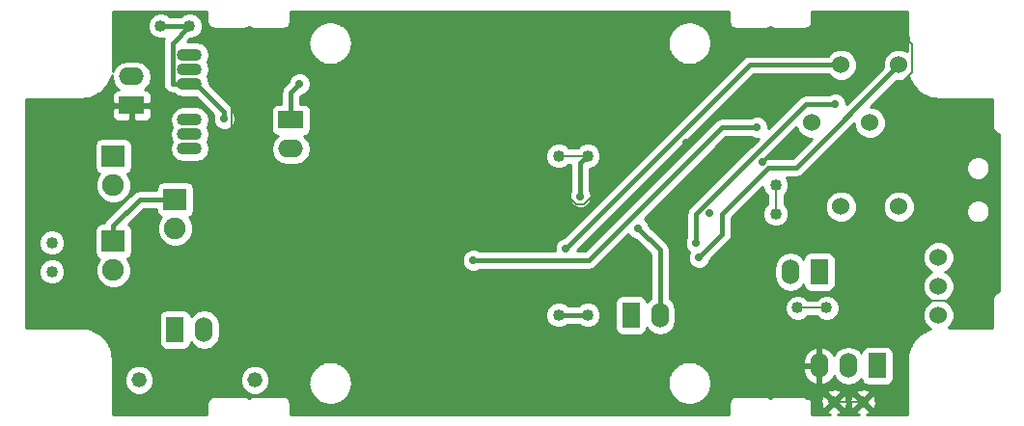
<source format=gbr>
%TF.GenerationSoftware,KiCad,Pcbnew,(2015-12-30 BZR 6409)-product*%
%TF.CreationDate,2016-01-04T10:25:45+01:00*%
%TF.ProjectId,transmitter,7472616E736D69747465722E6B696361,rev?*%
%TF.FileFunction,Copper,L1,Top,Signal*%
%FSLAX46Y46*%
G04 Gerber Fmt 4.6, Leading zero omitted, Abs format (unit mm)*
G04 Created by KiCad (PCBNEW (2015-12-30 BZR 6409)-product) date pon, 4 sty 2016, 10:25:45*
%MOMM*%
G01*
G04 APERTURE LIST*
%ADD10C,0.100000*%
%ADD11R,2.000000X1.900000*%
%ADD12C,1.900000*%
%ADD13O,2.200000X1.100000*%
%ADD14R,1.524000X2.199640*%
%ADD15O,1.524000X2.199640*%
%ADD16C,1.524000*%
%ADD17C,1.016000*%
%ADD18R,2.199640X1.524000*%
%ADD19O,2.199640X1.524000*%
%ADD20C,1.320800*%
%ADD21C,0.711200*%
%ADD22C,0.203200*%
%ADD23C,0.406400*%
%ADD24C,0.254000*%
G04 APERTURE END LIST*
D10*
D11*
X60626000Y-105268000D03*
D12*
X60626000Y-107808000D03*
D13*
X67310000Y-97155000D03*
X67310000Y-95885000D03*
X67310000Y-94615000D03*
X67310000Y-88900000D03*
X67310000Y-90170000D03*
X67310000Y-91440000D03*
D14*
X122555000Y-107950000D03*
D15*
X120015000Y-107950000D03*
D11*
X60626000Y-97805000D03*
D12*
X60626000Y-100345000D03*
D16*
X133000000Y-111760000D03*
X133000000Y-109220000D03*
X133000000Y-106680000D03*
D11*
X66040000Y-101600000D03*
D12*
X66040000Y-104140000D03*
D14*
X127635000Y-116205000D03*
D15*
X125095000Y-116205000D03*
X122555000Y-116205000D03*
D17*
X99695000Y-111760000D03*
X102235000Y-111760000D03*
X123825000Y-119380000D03*
X126365000Y-119380000D03*
X118745000Y-100330000D03*
X118745000Y-102870000D03*
X123190000Y-111125000D03*
X120650000Y-111125000D03*
D14*
X106045000Y-111760000D03*
D15*
X108585000Y-111760000D03*
D17*
X99695000Y-97790000D03*
X102235000Y-97790000D03*
D18*
X62230000Y-93345000D03*
D19*
X62230000Y-90805000D03*
D14*
X66040000Y-113030000D03*
D15*
X68580000Y-113030000D03*
D17*
X67310000Y-86360000D03*
X64770000Y-86360000D03*
X55245000Y-105410000D03*
X55245000Y-107950000D03*
D18*
X76200000Y-94615000D03*
D19*
X76200000Y-97155000D03*
D20*
X62865000Y-117475000D03*
X73025000Y-117475000D03*
D16*
X129540000Y-89789000D03*
X127000000Y-94869000D03*
X129540000Y-102235000D03*
X124460000Y-89789000D03*
X121920000Y-94869000D03*
X124460000Y-102235000D03*
D21*
X112933822Y-102773822D03*
X121920000Y-101600000D03*
X120396000Y-96520000D03*
X117571178Y-98267178D03*
X63373000Y-115189000D03*
X61341000Y-112395000D03*
X57658000Y-111633000D03*
X54229000Y-111125000D03*
X53213000Y-103251000D03*
X57277000Y-102743000D03*
X56515000Y-100203000D03*
X56769000Y-96774000D03*
X57277000Y-93853000D03*
X64516000Y-97155000D03*
X68453000Y-99314000D03*
X69977000Y-105283000D03*
X73660000Y-111379000D03*
X135890000Y-110871000D03*
X137414000Y-109220000D03*
X136398000Y-107569000D03*
X121539000Y-118872000D03*
X118110000Y-118618000D03*
X114554000Y-116967000D03*
X116078000Y-112522000D03*
X114046000Y-111252000D03*
X112014000Y-113919000D03*
X108331000Y-115824000D03*
X106807000Y-119380000D03*
X104648000Y-115951000D03*
X101727000Y-119507000D03*
X100457000Y-116078000D03*
X97028000Y-118745000D03*
X96266000Y-115570000D03*
X94234000Y-118999000D03*
X94234000Y-111633000D03*
X91059000Y-114173000D03*
X88519000Y-118872000D03*
X88011000Y-115697000D03*
X83185000Y-119507000D03*
X83947000Y-116205000D03*
X76835000Y-112776000D03*
X88138000Y-113157000D03*
X90297000Y-110363000D03*
X89027000Y-106299000D03*
X82550000Y-106045000D03*
X77724000Y-105664000D03*
X92456000Y-102235000D03*
X94234000Y-96901000D03*
X89535000Y-103124000D03*
X90678000Y-96901000D03*
X87376000Y-102362000D03*
X86106000Y-97663000D03*
X84074000Y-103505000D03*
X82550000Y-98044000D03*
X79248000Y-101473000D03*
X81280000Y-96012000D03*
X129159000Y-95631000D03*
X129794000Y-93980000D03*
X128905000Y-92202000D03*
X130175000Y-87503000D03*
X127381000Y-87630000D03*
X124206000Y-87757000D03*
X122047000Y-87630000D03*
X116078000Y-87249000D03*
X113792000Y-86487000D03*
X111760000Y-90678000D03*
X110490000Y-91821000D03*
X108966000Y-88392000D03*
X107442000Y-90805000D03*
X107061000Y-87376000D03*
X104648000Y-90297000D03*
X104521000Y-86741000D03*
X101473000Y-90678000D03*
X100584000Y-86233000D03*
X98806000Y-89662000D03*
X96393000Y-86106000D03*
X93599000Y-88773000D03*
X92075000Y-86360000D03*
X89916000Y-89281000D03*
X87757000Y-86106000D03*
X85598000Y-89281000D03*
X83312000Y-85725000D03*
X97028000Y-98806000D03*
X98044000Y-97155000D03*
X98425000Y-95123000D03*
X96520000Y-93980000D03*
X94107000Y-93853000D03*
X91567000Y-93726000D03*
X89916000Y-93853000D03*
X88011000Y-93980000D03*
X85471000Y-94107000D03*
X81915000Y-93980000D03*
X78867000Y-93980000D03*
X78232000Y-91440000D03*
X79629000Y-91440000D03*
X82042000Y-91313000D03*
X85725000Y-91313000D03*
X88773000Y-91059000D03*
X91694000Y-91313000D03*
X94615000Y-91440000D03*
X97409000Y-91440000D03*
X99822000Y-92202000D03*
X101219000Y-93726000D03*
X103124000Y-95504000D03*
X114554000Y-98171000D03*
X111887000Y-101092000D03*
X117348000Y-101473000D03*
X117475000Y-104013000D03*
X104013000Y-97790000D03*
X104521000Y-96647000D03*
X106934000Y-96647000D03*
X110871000Y-96647000D03*
X109299234Y-98679010D03*
X99695000Y-100457000D03*
X103759000Y-99339410D03*
X69850000Y-100457000D03*
X69977000Y-97917000D03*
X69850000Y-91567000D03*
X65922232Y-93081768D03*
X64516000Y-94361000D03*
X126746000Y-111252000D03*
X129540000Y-110998000D03*
X134112000Y-102108000D03*
X129794000Y-98298000D03*
X123952000Y-93218000D03*
X111760000Y-105410000D03*
X106680000Y-104140000D03*
X92202000Y-106934000D03*
X117094000Y-95250000D03*
X112014000Y-106680000D03*
X100330000Y-105918000D03*
X101600000Y-101346000D03*
X70358000Y-94488000D03*
X76962000Y-91440000D03*
D22*
X117571178Y-98267178D02*
X119318356Y-96520000D01*
X119318356Y-96520000D02*
X120396000Y-96520000D01*
X63373000Y-115189000D02*
X74422000Y-115189000D01*
X74422000Y-115189000D02*
X76835000Y-112776000D01*
X57658000Y-111633000D02*
X60579000Y-111633000D01*
X60579000Y-111633000D02*
X61341000Y-112395000D01*
X53213000Y-103251000D02*
X53213000Y-108077000D01*
X53213000Y-108077000D02*
X54229000Y-109093000D01*
X54229000Y-109093000D02*
X54229000Y-111125000D01*
X56515000Y-100203000D02*
X57277000Y-100965000D01*
X57277000Y-100965000D02*
X57277000Y-102743000D01*
X57277000Y-93853000D02*
X56769000Y-94361000D01*
X56769000Y-94361000D02*
X56769000Y-96774000D01*
X68453000Y-99314000D02*
X66929000Y-99314000D01*
X66929000Y-99314000D02*
X64770000Y-97155000D01*
X64770000Y-97155000D02*
X64516000Y-97155000D01*
X73660000Y-111379000D02*
X69977000Y-107696000D01*
X69977000Y-107696000D02*
X69977000Y-105283000D01*
X131191000Y-111125000D02*
X131064000Y-110998000D01*
X131064000Y-110998000D02*
X129540000Y-110998000D01*
X131826000Y-110490000D02*
X131191000Y-111125000D01*
X132588000Y-110490000D02*
X131826000Y-110490000D01*
X132613401Y-110515401D02*
X132588000Y-110490000D01*
X135890000Y-110871000D02*
X135534401Y-110515401D01*
X135534401Y-110515401D02*
X132613401Y-110515401D01*
X136398000Y-107569000D02*
X136398000Y-108204000D01*
X136398000Y-108204000D02*
X137414000Y-109220000D01*
X118110000Y-118618000D02*
X121285000Y-118618000D01*
X121285000Y-118618000D02*
X121539000Y-118872000D01*
X116078000Y-112522000D02*
X114554000Y-114046000D01*
X114554000Y-114046000D02*
X114554000Y-116967000D01*
X112014000Y-113919000D02*
X112014000Y-113284000D01*
X112014000Y-113284000D02*
X114046000Y-111252000D01*
X106807000Y-119380000D02*
X108331000Y-117856000D01*
X108331000Y-117856000D02*
X108331000Y-115824000D01*
X101727000Y-119507000D02*
X101727000Y-118872000D01*
X101727000Y-118872000D02*
X104648000Y-115951000D01*
X97028000Y-118745000D02*
X97790000Y-118745000D01*
X97790000Y-118745000D02*
X100457000Y-116078000D01*
X94234000Y-118999000D02*
X94234000Y-117602000D01*
X94234000Y-117602000D02*
X96266000Y-115570000D01*
X93726000Y-111506000D02*
X94107000Y-111506000D01*
X94107000Y-111506000D02*
X94234000Y-111633000D01*
X91059000Y-114173000D02*
X93726000Y-111506000D01*
X88011000Y-115697000D02*
X88011000Y-118364000D01*
X88011000Y-118364000D02*
X88519000Y-118872000D01*
X83947000Y-116205000D02*
X83185000Y-116967000D01*
X83185000Y-116967000D02*
X83185000Y-119507000D01*
X88138000Y-113157000D02*
X87757000Y-112776000D01*
X87757000Y-112776000D02*
X76835000Y-112776000D01*
X89027000Y-106299000D02*
X89027000Y-109093000D01*
X89027000Y-109093000D02*
X90297000Y-110363000D01*
X77724000Y-105664000D02*
X78105000Y-106045000D01*
X78105000Y-106045000D02*
X82550000Y-106045000D01*
X94234000Y-96901000D02*
X92456000Y-98679000D01*
X92456000Y-98679000D02*
X92456000Y-102235000D01*
X90678000Y-96901000D02*
X89535000Y-98044000D01*
X89535000Y-98044000D02*
X89535000Y-103124000D01*
X86106000Y-97663000D02*
X86106000Y-101092000D01*
X86106000Y-101092000D02*
X87376000Y-102362000D01*
X82550000Y-98044000D02*
X82550000Y-101981000D01*
X82550000Y-101981000D02*
X84074000Y-103505000D01*
X81280000Y-96012000D02*
X79248000Y-98044000D01*
X79248000Y-98044000D02*
X79248000Y-101473000D01*
X129794000Y-93980000D02*
X129794000Y-94996000D01*
X129794000Y-94996000D02*
X129159000Y-95631000D01*
X130175000Y-87503000D02*
X130672579Y-88000579D01*
X130672579Y-88000579D02*
X130672579Y-90434421D01*
X130672579Y-90434421D02*
X128905000Y-92202000D01*
X124206000Y-87757000D02*
X127254000Y-87757000D01*
X127254000Y-87757000D02*
X127381000Y-87630000D01*
X116078000Y-87249000D02*
X116459000Y-87630000D01*
X116459000Y-87630000D02*
X122047000Y-87630000D01*
X111760000Y-90678000D02*
X113792000Y-88646000D01*
X113792000Y-88646000D02*
X113792000Y-86487000D01*
X108966000Y-88392000D02*
X108966000Y-90297000D01*
X108966000Y-90297000D02*
X110490000Y-91821000D01*
X107061000Y-87376000D02*
X107061000Y-90424000D01*
X107061000Y-90424000D02*
X107442000Y-90805000D01*
X104521000Y-86741000D02*
X104521000Y-90170000D01*
X104521000Y-90170000D02*
X104648000Y-90297000D01*
X100584000Y-86233000D02*
X100584000Y-89789000D01*
X100584000Y-89789000D02*
X101473000Y-90678000D01*
X96393000Y-86106000D02*
X96393000Y-87249000D01*
X96393000Y-87249000D02*
X98806000Y-89662000D01*
X92075000Y-86360000D02*
X92075000Y-87249000D01*
X92075000Y-87249000D02*
X93599000Y-88773000D01*
X87757000Y-86106000D02*
X89916000Y-88265000D01*
X89916000Y-88265000D02*
X89916000Y-89281000D01*
X83312000Y-85725000D02*
X85598000Y-88011000D01*
X85598000Y-88011000D02*
X85598000Y-89281000D01*
X98044000Y-97155000D02*
X98044000Y-97790000D01*
X98044000Y-97790000D02*
X97028000Y-98806000D01*
X96520000Y-93980000D02*
X97282000Y-93980000D01*
X97282000Y-93980000D02*
X98425000Y-95123000D01*
X91567000Y-93726000D02*
X93980000Y-93726000D01*
X93980000Y-93726000D02*
X94107000Y-93853000D01*
X88011000Y-93980000D02*
X89789000Y-93980000D01*
X89789000Y-93980000D02*
X89916000Y-93853000D01*
X81915000Y-93980000D02*
X85344000Y-93980000D01*
X85344000Y-93980000D02*
X85471000Y-94107000D01*
X78232000Y-91440000D02*
X78232000Y-93345000D01*
X78232000Y-93345000D02*
X78867000Y-93980000D01*
X82042000Y-91313000D02*
X79756000Y-91313000D01*
X79756000Y-91313000D02*
X79629000Y-91440000D01*
X88773000Y-91059000D02*
X85979000Y-91059000D01*
X85979000Y-91059000D02*
X85725000Y-91313000D01*
X94615000Y-91440000D02*
X91821000Y-91440000D01*
X91821000Y-91440000D02*
X91694000Y-91313000D01*
X99822000Y-92202000D02*
X98171000Y-92202000D01*
X98171000Y-92202000D02*
X97409000Y-91440000D01*
X103124000Y-95504000D02*
X101346000Y-93726000D01*
X101346000Y-93726000D02*
X101219000Y-93726000D01*
X111887000Y-101092000D02*
X114554000Y-98425000D01*
X114554000Y-98425000D02*
X114554000Y-98171000D01*
X117475000Y-104013000D02*
X117475000Y-101600000D01*
X117475000Y-101600000D02*
X117348000Y-101473000D01*
X104013000Y-97790000D02*
X104013000Y-99085410D01*
X104013000Y-99085410D02*
X103759000Y-99339410D01*
X106934000Y-96647000D02*
X104521000Y-96647000D01*
X109299234Y-98679010D02*
X110871000Y-97107244D01*
X110871000Y-97107244D02*
X110871000Y-96647000D01*
X103759000Y-99339410D02*
X103759000Y-100164394D01*
X103759000Y-100164394D02*
X101916993Y-102006401D01*
X101916993Y-102006401D02*
X101244401Y-102006401D01*
X101244401Y-102006401D02*
X99695000Y-100457000D01*
X69850000Y-100457000D02*
X69850000Y-98044000D01*
X69850000Y-98044000D02*
X69977000Y-97917000D01*
X69850000Y-91567000D02*
X71018401Y-92735401D01*
X71018401Y-92735401D02*
X71018401Y-96875599D01*
X71018401Y-96875599D02*
X69977000Y-97917000D01*
X64516000Y-94361000D02*
X64643000Y-94361000D01*
X64643000Y-94361000D02*
X65922232Y-93081768D01*
X123825000Y-119380000D02*
X124543420Y-119380000D01*
X124543420Y-119380000D02*
X126365000Y-119380000D01*
X129540000Y-110998000D02*
X127000000Y-110998000D01*
X127000000Y-110998000D02*
X126746000Y-111252000D01*
X129794000Y-98298000D02*
X130302000Y-98298000D01*
X130302000Y-98298000D02*
X134112000Y-102108000D01*
D23*
X111760000Y-105410000D02*
X111760000Y-102870000D01*
X111760000Y-102870000D02*
X121412000Y-93218000D01*
X121412000Y-93218000D02*
X123952000Y-93218000D01*
X108585000Y-111760000D02*
X108585000Y-106045000D01*
X108585000Y-106045000D02*
X106680000Y-104140000D01*
D22*
X118745000Y-100330000D02*
X118745000Y-102870000D01*
D23*
X66040000Y-101600000D02*
X62937600Y-101600000D01*
X62937600Y-101600000D02*
X60626000Y-103911600D01*
X60626000Y-103911600D02*
X60626000Y-105268000D01*
X102235000Y-111760000D02*
X99695000Y-111760000D01*
X117094000Y-95250000D02*
X114046000Y-95250000D01*
X114046000Y-95250000D02*
X102362000Y-106934000D01*
X102362000Y-106934000D02*
X92202000Y-106934000D01*
X129540000Y-89789000D02*
X120523000Y-98806000D01*
X120523000Y-98806000D02*
X118110000Y-98806000D01*
X118110000Y-98806000D02*
X114046000Y-102870000D01*
X114046000Y-102870000D02*
X114046000Y-104648000D01*
X114046000Y-104648000D02*
X112014000Y-106680000D01*
X124460000Y-89789000D02*
X116459000Y-89789000D01*
X116459000Y-89789000D02*
X100330000Y-105918000D01*
D22*
X120650000Y-111125000D02*
X121368420Y-111125000D01*
X121368420Y-111125000D02*
X123190000Y-111125000D01*
X102235000Y-97790000D02*
X101516580Y-97790000D01*
X101516580Y-97790000D02*
X99695000Y-97790000D01*
D23*
X101600000Y-101346000D02*
X101600000Y-98425000D01*
X101600000Y-98425000D02*
X102235000Y-97790000D01*
X67310000Y-91440000D02*
X67860000Y-91440000D01*
X67860000Y-91440000D02*
X70358000Y-93938000D01*
X70358000Y-93938000D02*
X70358000Y-94488000D01*
X64770000Y-86360000D02*
X67310000Y-86360000D01*
X67310000Y-86360000D02*
X65803590Y-87866410D01*
X65803590Y-87866410D02*
X65803590Y-91439990D01*
X65803590Y-91439990D02*
X65803600Y-91440000D01*
X65803600Y-91440000D02*
X67310000Y-91440000D01*
X76200000Y-94615000D02*
X76200000Y-92202000D01*
X76200000Y-92202000D02*
X76962000Y-91440000D01*
D24*
G36*
X68840142Y-85942907D02*
X68892285Y-86205045D01*
X69040774Y-86427275D01*
X69263004Y-86575764D01*
X69525142Y-86627907D01*
X72055773Y-86627907D01*
X72317911Y-86575764D01*
X72501155Y-86453325D01*
X72684399Y-86575764D01*
X72946537Y-86627907D01*
X75476614Y-86627907D01*
X75738752Y-86575764D01*
X75960982Y-86427275D01*
X76109471Y-86205045D01*
X76161614Y-85942907D01*
X76161614Y-85064659D01*
X114597074Y-85064659D01*
X114597074Y-85942907D01*
X114649217Y-86205045D01*
X114797706Y-86427275D01*
X115019936Y-86575764D01*
X115282074Y-86627907D01*
X117812154Y-86627907D01*
X118074292Y-86575764D01*
X118257536Y-86453325D01*
X118440780Y-86575764D01*
X118702918Y-86627907D01*
X121232995Y-86627907D01*
X121495133Y-86575764D01*
X121717363Y-86427275D01*
X121865852Y-86205045D01*
X121917995Y-85942907D01*
X121917995Y-85064659D01*
X130241115Y-85064659D01*
X130241115Y-88567479D01*
X129819100Y-88392243D01*
X129263339Y-88391758D01*
X128749697Y-88603990D01*
X128356371Y-88996630D01*
X128143243Y-89509900D01*
X128142815Y-90000791D01*
X124942616Y-93200990D01*
X124942772Y-93021822D01*
X124792279Y-92657603D01*
X124513862Y-92378700D01*
X124149907Y-92227572D01*
X123755822Y-92227228D01*
X123391603Y-92377721D01*
X123389520Y-92379800D01*
X121412000Y-92379800D01*
X121091234Y-92443604D01*
X120819303Y-92625303D01*
X118084505Y-95360101D01*
X118084772Y-95053822D01*
X117934279Y-94689603D01*
X117655862Y-94410700D01*
X117291907Y-94259572D01*
X116897822Y-94259228D01*
X116533603Y-94409721D01*
X116531520Y-94411800D01*
X114046000Y-94411800D01*
X113725234Y-94475604D01*
X113453303Y-94657303D01*
X102014806Y-106095800D01*
X101337594Y-106095800D01*
X116806194Y-90627200D01*
X123322803Y-90627200D01*
X123667630Y-90972629D01*
X124180900Y-91185757D01*
X124736661Y-91186242D01*
X125250303Y-90974010D01*
X125643629Y-90581370D01*
X125856757Y-90068100D01*
X125857242Y-89512339D01*
X125645010Y-88998697D01*
X125252370Y-88605371D01*
X124739100Y-88392243D01*
X124183339Y-88391758D01*
X123669697Y-88603990D01*
X123322281Y-88950800D01*
X116459000Y-88950800D01*
X116138235Y-89014604D01*
X115866303Y-89196303D01*
X100135377Y-104927229D01*
X100133822Y-104927228D01*
X99769603Y-105077721D01*
X99490700Y-105356138D01*
X99339572Y-105720093D01*
X99339244Y-106095800D01*
X92764960Y-106095800D01*
X92763862Y-106094700D01*
X92399907Y-105943572D01*
X92005822Y-105943228D01*
X91641603Y-106093721D01*
X91362700Y-106372138D01*
X91211572Y-106736093D01*
X91211228Y-107130178D01*
X91361721Y-107494397D01*
X91640138Y-107773300D01*
X92004093Y-107924428D01*
X92398178Y-107924772D01*
X92762397Y-107774279D01*
X92764480Y-107772200D01*
X102362000Y-107772200D01*
X102682766Y-107708396D01*
X102954697Y-107526697D01*
X105822551Y-104658843D01*
X105839721Y-104700397D01*
X106118138Y-104979300D01*
X106482093Y-105130428D01*
X106485037Y-105130431D01*
X107746800Y-106392194D01*
X107746800Y-110300387D01*
X107597172Y-110400365D01*
X107447657Y-110624130D01*
X107410162Y-110424863D01*
X107271090Y-110208739D01*
X107058890Y-110063749D01*
X106807000Y-110012740D01*
X105283000Y-110012740D01*
X105047683Y-110057018D01*
X104831559Y-110196090D01*
X104686569Y-110408290D01*
X104635560Y-110660180D01*
X104635560Y-112859820D01*
X104679838Y-113095137D01*
X104818910Y-113311261D01*
X105031110Y-113456251D01*
X105283000Y-113507260D01*
X106807000Y-113507260D01*
X107042317Y-113462982D01*
X107258441Y-113323910D01*
X107403431Y-113111710D01*
X107447260Y-112895276D01*
X107597172Y-113119635D01*
X108050391Y-113422467D01*
X108585000Y-113528807D01*
X109119609Y-113422467D01*
X109572828Y-113119635D01*
X109875660Y-112666416D01*
X109982000Y-112131807D01*
X109982000Y-111388193D01*
X109974674Y-111351359D01*
X119506802Y-111351359D01*
X119680446Y-111771612D01*
X120001697Y-112093423D01*
X120421646Y-112267801D01*
X120876359Y-112268198D01*
X121296612Y-112094554D01*
X121529972Y-111861600D01*
X122310277Y-111861600D01*
X122541697Y-112093423D01*
X122961646Y-112267801D01*
X123416359Y-112268198D01*
X123836612Y-112094554D01*
X124158423Y-111773303D01*
X124332801Y-111353354D01*
X124333198Y-110898641D01*
X124159554Y-110478388D01*
X123838303Y-110156577D01*
X123418354Y-109982199D01*
X122963641Y-109981802D01*
X122543388Y-110155446D01*
X122310028Y-110388400D01*
X121529723Y-110388400D01*
X121298303Y-110156577D01*
X120878354Y-109982199D01*
X120423641Y-109981802D01*
X120003388Y-110155446D01*
X119681577Y-110476697D01*
X119507199Y-110896646D01*
X119506802Y-111351359D01*
X109974674Y-111351359D01*
X109875660Y-110853584D01*
X109572828Y-110400365D01*
X109423200Y-110300387D01*
X109423200Y-106045000D01*
X109359396Y-105724235D01*
X109177697Y-105452303D01*
X107670771Y-103945377D01*
X107670772Y-103943822D01*
X107520279Y-103579603D01*
X107241862Y-103300700D01*
X107198641Y-103282753D01*
X114393194Y-96088200D01*
X116531040Y-96088200D01*
X116532138Y-96089300D01*
X116896093Y-96240428D01*
X117203909Y-96240697D01*
X111167303Y-102277303D01*
X110985604Y-102549234D01*
X110938644Y-102785317D01*
X110921800Y-102870000D01*
X110921800Y-104847040D01*
X110920700Y-104848138D01*
X110769572Y-105212093D01*
X110769228Y-105606178D01*
X110919721Y-105970397D01*
X111143121Y-106194187D01*
X111023572Y-106482093D01*
X111023228Y-106876178D01*
X111173721Y-107240397D01*
X111452138Y-107519300D01*
X111816093Y-107670428D01*
X112210178Y-107670772D01*
X112434235Y-107578193D01*
X118618000Y-107578193D01*
X118618000Y-108321807D01*
X118724340Y-108856416D01*
X119027172Y-109309635D01*
X119480391Y-109612467D01*
X120015000Y-109718807D01*
X120549609Y-109612467D01*
X121002828Y-109309635D01*
X121152343Y-109085870D01*
X121189838Y-109285137D01*
X121328910Y-109501261D01*
X121541110Y-109646251D01*
X121793000Y-109697260D01*
X123317000Y-109697260D01*
X123552317Y-109652982D01*
X123768441Y-109513910D01*
X123913431Y-109301710D01*
X123964440Y-109049820D01*
X123964440Y-106850180D01*
X123920162Y-106614863D01*
X123781090Y-106398739D01*
X123568890Y-106253749D01*
X123317000Y-106202740D01*
X121793000Y-106202740D01*
X121557683Y-106247018D01*
X121341559Y-106386090D01*
X121196569Y-106598290D01*
X121152740Y-106814724D01*
X121002828Y-106590365D01*
X120549609Y-106287533D01*
X120015000Y-106181193D01*
X119480391Y-106287533D01*
X119027172Y-106590365D01*
X118724340Y-107043584D01*
X118618000Y-107578193D01*
X112434235Y-107578193D01*
X112574397Y-107520279D01*
X112853300Y-107241862D01*
X113004428Y-106877907D01*
X113004431Y-106874963D01*
X114638697Y-105240697D01*
X114820396Y-104968766D01*
X114884200Y-104648000D01*
X114884200Y-103217194D01*
X117601852Y-100499542D01*
X117601802Y-100556359D01*
X117775446Y-100976612D01*
X118008400Y-101209972D01*
X118008400Y-101990277D01*
X117776577Y-102221697D01*
X117602199Y-102641646D01*
X117601802Y-103096359D01*
X117775446Y-103516612D01*
X118096697Y-103838423D01*
X118516646Y-104012801D01*
X118971359Y-104013198D01*
X119391612Y-103839554D01*
X119713423Y-103518303D01*
X119887801Y-103098354D01*
X119888198Y-102643641D01*
X119833666Y-102511661D01*
X123062758Y-102511661D01*
X123274990Y-103025303D01*
X123667630Y-103418629D01*
X124180900Y-103631757D01*
X124736661Y-103632242D01*
X125250303Y-103420010D01*
X125643629Y-103027370D01*
X125856757Y-102514100D01*
X125856759Y-102511661D01*
X128142758Y-102511661D01*
X128354990Y-103025303D01*
X128747630Y-103418629D01*
X129260900Y-103631757D01*
X129816661Y-103632242D01*
X130330303Y-103420010D01*
X130723629Y-103027370D01*
X130799310Y-102845109D01*
X135435741Y-102845109D01*
X135592793Y-103225204D01*
X135883346Y-103516265D01*
X136263166Y-103673980D01*
X136674429Y-103674339D01*
X137054524Y-103517287D01*
X137345585Y-103226734D01*
X137503300Y-102846914D01*
X137503659Y-102435651D01*
X137346607Y-102055556D01*
X137056054Y-101764495D01*
X136676234Y-101606780D01*
X136264971Y-101606421D01*
X135884876Y-101763473D01*
X135593815Y-102054026D01*
X135436100Y-102433846D01*
X135435741Y-102845109D01*
X130799310Y-102845109D01*
X130936757Y-102514100D01*
X130937242Y-101958339D01*
X130725010Y-101444697D01*
X130332370Y-101051371D01*
X129819100Y-100838243D01*
X129263339Y-100837758D01*
X128749697Y-101049990D01*
X128356371Y-101442630D01*
X128143243Y-101955900D01*
X128142758Y-102511661D01*
X125856759Y-102511661D01*
X125857242Y-101958339D01*
X125645010Y-101444697D01*
X125252370Y-101051371D01*
X124739100Y-100838243D01*
X124183339Y-100837758D01*
X123669697Y-101049990D01*
X123276371Y-101442630D01*
X123063243Y-101955900D01*
X123062758Y-102511661D01*
X119833666Y-102511661D01*
X119714554Y-102223388D01*
X119481600Y-101990028D01*
X119481600Y-101209723D01*
X119713423Y-100978303D01*
X119887801Y-100558354D01*
X119888198Y-100103641D01*
X119714554Y-99683388D01*
X119675434Y-99644200D01*
X120523000Y-99644200D01*
X120843766Y-99580396D01*
X121115697Y-99398697D01*
X121466585Y-99047809D01*
X135433201Y-99047809D01*
X135590253Y-99427904D01*
X135880806Y-99718965D01*
X136260626Y-99876680D01*
X136671889Y-99877039D01*
X137051984Y-99719987D01*
X137343045Y-99429434D01*
X137500760Y-99049614D01*
X137501119Y-98638351D01*
X137344067Y-98258256D01*
X137053514Y-97967195D01*
X136673694Y-97809480D01*
X136262431Y-97809121D01*
X135882336Y-97966173D01*
X135591275Y-98256726D01*
X135433560Y-98636546D01*
X135433201Y-99047809D01*
X121466585Y-99047809D01*
X125602962Y-94911432D01*
X125602758Y-95145661D01*
X125814990Y-95659303D01*
X126207630Y-96052629D01*
X126720900Y-96265757D01*
X127276661Y-96266242D01*
X127790303Y-96054010D01*
X128183629Y-95661370D01*
X128396757Y-95148100D01*
X128397242Y-94592339D01*
X128185010Y-94078697D01*
X127792370Y-93685371D01*
X127279100Y-93472243D01*
X127042358Y-93472036D01*
X129328578Y-91185816D01*
X129816661Y-91186242D01*
X130330303Y-90974010D01*
X130413225Y-90891233D01*
X130441981Y-90984281D01*
X130474165Y-91043746D01*
X130494157Y-91108336D01*
X130694247Y-91477649D01*
X130736499Y-91528545D01*
X130767786Y-91586831D01*
X131032923Y-91908741D01*
X131084271Y-91950729D01*
X131126271Y-92002073D01*
X131447629Y-92266657D01*
X131505866Y-92297904D01*
X131556715Y-92340117D01*
X131926027Y-92540207D01*
X131990744Y-92560238D01*
X132050331Y-92592459D01*
X132459334Y-92718688D01*
X132527395Y-92725723D01*
X132592842Y-92745719D01*
X133031610Y-92789815D01*
X133066111Y-92786486D01*
X133100109Y-92793249D01*
X137758039Y-92793249D01*
X137758039Y-95215258D01*
X137810182Y-95477396D01*
X137958671Y-95699626D01*
X138180901Y-95848115D01*
X138303000Y-95872402D01*
X138303000Y-109676679D01*
X138180901Y-109700966D01*
X137958671Y-109849455D01*
X137810182Y-110071685D01*
X137758039Y-110333823D01*
X137758039Y-112834103D01*
X133901404Y-112834103D01*
X134183629Y-112552370D01*
X134396757Y-112039100D01*
X134397242Y-111483339D01*
X134185010Y-110969697D01*
X133792370Y-110576371D01*
X133584488Y-110490051D01*
X133790303Y-110405010D01*
X134183629Y-110012370D01*
X134396757Y-109499100D01*
X134397242Y-108943339D01*
X134185010Y-108429697D01*
X133792370Y-108036371D01*
X133584488Y-107950051D01*
X133790303Y-107865010D01*
X134183629Y-107472370D01*
X134396757Y-106959100D01*
X134397242Y-106403339D01*
X134185010Y-105889697D01*
X133792370Y-105496371D01*
X133279100Y-105283243D01*
X132723339Y-105282758D01*
X132209697Y-105494990D01*
X131816371Y-105887630D01*
X131603243Y-106400900D01*
X131602758Y-106956661D01*
X131814990Y-107470303D01*
X132207630Y-107863629D01*
X132415512Y-107949949D01*
X132209697Y-108034990D01*
X131816371Y-108427630D01*
X131603243Y-108940900D01*
X131602758Y-109496661D01*
X131814990Y-110010303D01*
X132207630Y-110403629D01*
X132415512Y-110489949D01*
X132209697Y-110574990D01*
X131816371Y-110967630D01*
X131603243Y-111480900D01*
X131602758Y-112036661D01*
X131814990Y-112550303D01*
X132207630Y-112943629D01*
X132266643Y-112968133D01*
X132050330Y-113034894D01*
X131990742Y-113067116D01*
X131926027Y-113087146D01*
X131556715Y-113287236D01*
X131505598Y-113329672D01*
X131447088Y-113361142D01*
X131125730Y-113626278D01*
X131084185Y-113677172D01*
X131033291Y-113718717D01*
X130768154Y-114040075D01*
X130736683Y-114098585D01*
X130694247Y-114149703D01*
X130494157Y-114519016D01*
X130474165Y-114583606D01*
X130441981Y-114643071D01*
X130315752Y-115051523D01*
X130308673Y-115119757D01*
X130288637Y-115185365D01*
X130244540Y-115624684D01*
X130247869Y-115659143D01*
X130241115Y-115693098D01*
X130241115Y-120484422D01*
X126719700Y-120484422D01*
X126943176Y-120391856D01*
X126981314Y-120175919D01*
X126365000Y-119559605D01*
X125748686Y-120175919D01*
X125786824Y-120391856D01*
X126063576Y-120484422D01*
X124179700Y-120484422D01*
X124403176Y-120391856D01*
X124441314Y-120175919D01*
X123825000Y-119559605D01*
X123208686Y-120175919D01*
X123246824Y-120391856D01*
X123523576Y-120484422D01*
X121917995Y-120484422D01*
X121917995Y-119547745D01*
X121865852Y-119285607D01*
X121830738Y-119233055D01*
X122668909Y-119233055D01*
X122700678Y-119686657D01*
X122813144Y-119958176D01*
X123029081Y-119996314D01*
X123645395Y-119380000D01*
X124004605Y-119380000D01*
X124620919Y-119996314D01*
X124836856Y-119958176D01*
X124981091Y-119526945D01*
X124960508Y-119233055D01*
X125208909Y-119233055D01*
X125240678Y-119686657D01*
X125353144Y-119958176D01*
X125569081Y-119996314D01*
X126185395Y-119380000D01*
X126544605Y-119380000D01*
X127160919Y-119996314D01*
X127376856Y-119958176D01*
X127521091Y-119526945D01*
X127489322Y-119073343D01*
X127376856Y-118801824D01*
X127160919Y-118763686D01*
X126544605Y-119380000D01*
X126185395Y-119380000D01*
X125569081Y-118763686D01*
X125353144Y-118801824D01*
X125208909Y-119233055D01*
X124960508Y-119233055D01*
X124949322Y-119073343D01*
X124836856Y-118801824D01*
X124620919Y-118763686D01*
X124004605Y-119380000D01*
X123645395Y-119380000D01*
X123029081Y-118763686D01*
X122813144Y-118801824D01*
X122668909Y-119233055D01*
X121830738Y-119233055D01*
X121717363Y-119063377D01*
X121495133Y-118914888D01*
X121232995Y-118862745D01*
X118702918Y-118862745D01*
X118440780Y-118914888D01*
X118257536Y-119037327D01*
X118074292Y-118914888D01*
X117812154Y-118862745D01*
X115282074Y-118862745D01*
X115019936Y-118914888D01*
X114797706Y-119063377D01*
X114649217Y-119285607D01*
X114597074Y-119547745D01*
X114597074Y-120484422D01*
X76161614Y-120484422D01*
X76161614Y-119547745D01*
X76109471Y-119285607D01*
X75960982Y-119063377D01*
X75738752Y-118914888D01*
X75476614Y-118862745D01*
X72946537Y-118862745D01*
X72684399Y-118914888D01*
X72501155Y-119037327D01*
X72317911Y-118914888D01*
X72055773Y-118862745D01*
X69525142Y-118862745D01*
X69263004Y-118914888D01*
X69040774Y-119063377D01*
X68892285Y-119285607D01*
X68840142Y-119547745D01*
X68840142Y-120484422D01*
X60588682Y-120484422D01*
X60588682Y-117731540D01*
X61569376Y-117731540D01*
X61766173Y-118207826D01*
X62130257Y-118572546D01*
X62606199Y-118770174D01*
X63121540Y-118770624D01*
X63597826Y-118573827D01*
X63962546Y-118209743D01*
X64160174Y-117733801D01*
X64160175Y-117731540D01*
X71729376Y-117731540D01*
X71926173Y-118207826D01*
X72290257Y-118572546D01*
X72766199Y-118770174D01*
X73281540Y-118770624D01*
X73757826Y-118573827D01*
X74122546Y-118209743D01*
X74320174Y-117733801D01*
X74320237Y-117660980D01*
X77726602Y-117660980D01*
X77733210Y-117729698D01*
X77726602Y-117798416D01*
X77751692Y-118047258D01*
X77771838Y-118113120D01*
X77779032Y-118181621D01*
X77850979Y-118413389D01*
X77883158Y-118472665D01*
X77903150Y-118537081D01*
X78016990Y-118746816D01*
X78059302Y-118797704D01*
X78090652Y-118855988D01*
X78241423Y-119038724D01*
X78292309Y-119080262D01*
X78333848Y-119131149D01*
X78516584Y-119281920D01*
X78574870Y-119313271D01*
X78625757Y-119355582D01*
X78835491Y-119469423D01*
X78899908Y-119489415D01*
X78959182Y-119521593D01*
X79190951Y-119593540D01*
X79259453Y-119600734D01*
X79325315Y-119620880D01*
X79574156Y-119645970D01*
X79642874Y-119639362D01*
X79711592Y-119645970D01*
X79960434Y-119620880D01*
X80026296Y-119600734D01*
X80094797Y-119593540D01*
X80326565Y-119521593D01*
X80385841Y-119489414D01*
X80450257Y-119469422D01*
X80659992Y-119355582D01*
X80710880Y-119313270D01*
X80769164Y-119281920D01*
X80951900Y-119131149D01*
X80993438Y-119080263D01*
X81044325Y-119038724D01*
X81195096Y-118855988D01*
X81226447Y-118797702D01*
X81268758Y-118746815D01*
X81382599Y-118537081D01*
X81402591Y-118472664D01*
X81434769Y-118413390D01*
X81506716Y-118181621D01*
X81513910Y-118113119D01*
X81534056Y-118047257D01*
X81559146Y-117798416D01*
X81552538Y-117729698D01*
X81559146Y-117660980D01*
X109249822Y-117660980D01*
X109256430Y-117729698D01*
X109249822Y-117798416D01*
X109274912Y-118047258D01*
X109295058Y-118113120D01*
X109302252Y-118181621D01*
X109374199Y-118413389D01*
X109406378Y-118472665D01*
X109426370Y-118537081D01*
X109540210Y-118746816D01*
X109582522Y-118797704D01*
X109613872Y-118855988D01*
X109764643Y-119038724D01*
X109815529Y-119080262D01*
X109857069Y-119131150D01*
X110039807Y-119281922D01*
X110098089Y-119313270D01*
X110148976Y-119355582D01*
X110358710Y-119469422D01*
X110423126Y-119489414D01*
X110482402Y-119521593D01*
X110714171Y-119593540D01*
X110782673Y-119600734D01*
X110848535Y-119620880D01*
X111097376Y-119645970D01*
X111166094Y-119639362D01*
X111234812Y-119645970D01*
X111483654Y-119620880D01*
X111549517Y-119600734D01*
X111618016Y-119593540D01*
X111849786Y-119521593D01*
X111909062Y-119489415D01*
X111973480Y-119469422D01*
X112183213Y-119355582D01*
X112234102Y-119313269D01*
X112292384Y-119281920D01*
X112475120Y-119131149D01*
X112516656Y-119080265D01*
X112567544Y-119038726D01*
X112718315Y-118855990D01*
X112749666Y-118797704D01*
X112791979Y-118746815D01*
X112880308Y-118584081D01*
X123208686Y-118584081D01*
X123825000Y-119200395D01*
X124441314Y-118584081D01*
X125748686Y-118584081D01*
X126365000Y-119200395D01*
X126981314Y-118584081D01*
X126943176Y-118368144D01*
X126511945Y-118223909D01*
X126058343Y-118255678D01*
X125786824Y-118368144D01*
X125748686Y-118584081D01*
X124441314Y-118584081D01*
X124403176Y-118368144D01*
X123971945Y-118223909D01*
X123518343Y-118255678D01*
X123246824Y-118368144D01*
X123208686Y-118584081D01*
X112880308Y-118584081D01*
X112905820Y-118537081D01*
X112925812Y-118472664D01*
X112957990Y-118413390D01*
X113029937Y-118181621D01*
X113037131Y-118113121D01*
X113057278Y-118047255D01*
X113082367Y-117798413D01*
X113075759Y-117729698D01*
X113082367Y-117660983D01*
X113057278Y-117412141D01*
X113037131Y-117346275D01*
X113029937Y-117277775D01*
X112957990Y-117046006D01*
X112925812Y-116986732D01*
X112905820Y-116922315D01*
X112791979Y-116712581D01*
X112749666Y-116661692D01*
X112718315Y-116603406D01*
X112567544Y-116420670D01*
X112516657Y-116379131D01*
X112478184Y-116332000D01*
X121158000Y-116332000D01*
X121158000Y-116669820D01*
X121312941Y-117194761D01*
X121656974Y-117620450D01*
X122137723Y-117882080D01*
X122211930Y-117897040D01*
X122428000Y-117774540D01*
X122428000Y-116332000D01*
X121158000Y-116332000D01*
X112478184Y-116332000D01*
X112475121Y-116328248D01*
X112292386Y-116177476D01*
X112234102Y-116146126D01*
X112183213Y-116103813D01*
X111973480Y-115989973D01*
X111909061Y-115969980D01*
X111849783Y-115937801D01*
X111618013Y-115865855D01*
X111549515Y-115858661D01*
X111483654Y-115838516D01*
X111234812Y-115813426D01*
X111166094Y-115820034D01*
X111097376Y-115813426D01*
X110848535Y-115838516D01*
X110782675Y-115858661D01*
X110714174Y-115865855D01*
X110482405Y-115937801D01*
X110423127Y-115969980D01*
X110358710Y-115989973D01*
X110148976Y-116103813D01*
X110098087Y-116146126D01*
X110039805Y-116177475D01*
X109857068Y-116328247D01*
X109815530Y-116379134D01*
X109764643Y-116420672D01*
X109613872Y-116603408D01*
X109582522Y-116661692D01*
X109540210Y-116712580D01*
X109426370Y-116922315D01*
X109406378Y-116986731D01*
X109374199Y-117046007D01*
X109302252Y-117277775D01*
X109295058Y-117346276D01*
X109274912Y-117412138D01*
X109249822Y-117660980D01*
X81559146Y-117660980D01*
X81534056Y-117412139D01*
X81513910Y-117346277D01*
X81506716Y-117277775D01*
X81434769Y-117046006D01*
X81402591Y-116986732D01*
X81382599Y-116922315D01*
X81268758Y-116712581D01*
X81226447Y-116661694D01*
X81195096Y-116603408D01*
X81044325Y-116420672D01*
X80993439Y-116379133D01*
X80951901Y-116328248D01*
X80769166Y-116177476D01*
X80710880Y-116146125D01*
X80659992Y-116103813D01*
X80450257Y-115989973D01*
X80385842Y-115969981D01*
X80326563Y-115937801D01*
X80094794Y-115865855D01*
X80026294Y-115858661D01*
X79960434Y-115838516D01*
X79711592Y-115813426D01*
X79642874Y-115820034D01*
X79574156Y-115813426D01*
X79325315Y-115838516D01*
X79259455Y-115858661D01*
X79190954Y-115865855D01*
X78959185Y-115937801D01*
X78899909Y-115969979D01*
X78835491Y-115989972D01*
X78625757Y-116103813D01*
X78574868Y-116146126D01*
X78516582Y-116177477D01*
X78333846Y-116328248D01*
X78292307Y-116379136D01*
X78241423Y-116420672D01*
X78090652Y-116603408D01*
X78059302Y-116661692D01*
X78016990Y-116712580D01*
X77903150Y-116922315D01*
X77883158Y-116986731D01*
X77850979Y-117046007D01*
X77779032Y-117277775D01*
X77771838Y-117346276D01*
X77751692Y-117412138D01*
X77726602Y-117660980D01*
X74320237Y-117660980D01*
X74320624Y-117218460D01*
X74123827Y-116742174D01*
X73759743Y-116377454D01*
X73283801Y-116179826D01*
X72768460Y-116179376D01*
X72292174Y-116376173D01*
X71927454Y-116740257D01*
X71729826Y-117216199D01*
X71729376Y-117731540D01*
X64160175Y-117731540D01*
X64160624Y-117218460D01*
X63963827Y-116742174D01*
X63599743Y-116377454D01*
X63123801Y-116179826D01*
X62608460Y-116179376D01*
X62132174Y-116376173D01*
X61767454Y-116740257D01*
X61569826Y-117216199D01*
X61569376Y-117731540D01*
X60588682Y-117731540D01*
X60588682Y-115740180D01*
X121158000Y-115740180D01*
X121158000Y-116078000D01*
X122428000Y-116078000D01*
X122428000Y-114635460D01*
X122682000Y-114635460D01*
X122682000Y-116078000D01*
X122702000Y-116078000D01*
X122702000Y-116332000D01*
X122682000Y-116332000D01*
X122682000Y-117774540D01*
X122898070Y-117897040D01*
X122972277Y-117882080D01*
X123453026Y-117620450D01*
X123797059Y-117194761D01*
X123816353Y-117129394D01*
X124107172Y-117564635D01*
X124560391Y-117867467D01*
X125095000Y-117973807D01*
X125629609Y-117867467D01*
X126082828Y-117564635D01*
X126232343Y-117340870D01*
X126269838Y-117540137D01*
X126408910Y-117756261D01*
X126621110Y-117901251D01*
X126873000Y-117952260D01*
X128397000Y-117952260D01*
X128632317Y-117907982D01*
X128848441Y-117768910D01*
X128993431Y-117556710D01*
X129044440Y-117304820D01*
X129044440Y-115105180D01*
X129000162Y-114869863D01*
X128861090Y-114653739D01*
X128648890Y-114508749D01*
X128397000Y-114457740D01*
X126873000Y-114457740D01*
X126637683Y-114502018D01*
X126421559Y-114641090D01*
X126276569Y-114853290D01*
X126232740Y-115069724D01*
X126082828Y-114845365D01*
X125629609Y-114542533D01*
X125095000Y-114436193D01*
X124560391Y-114542533D01*
X124107172Y-114845365D01*
X123816353Y-115280606D01*
X123797059Y-115215239D01*
X123453026Y-114789550D01*
X122972277Y-114527920D01*
X122898070Y-114512960D01*
X122682000Y-114635460D01*
X122428000Y-114635460D01*
X122211930Y-114512960D01*
X122137723Y-114527920D01*
X121656974Y-114789550D01*
X121312941Y-115215239D01*
X121158000Y-115740180D01*
X60588682Y-115740180D01*
X60588682Y-115693098D01*
X60582011Y-115659560D01*
X60585341Y-115625529D01*
X60541794Y-115186210D01*
X60521596Y-115119776D01*
X60514345Y-115050717D01*
X60387565Y-114642266D01*
X60355696Y-114583555D01*
X60336015Y-114519710D01*
X60136474Y-114150397D01*
X60093849Y-114098932D01*
X60062195Y-114040079D01*
X59797062Y-113718721D01*
X59745947Y-113676994D01*
X59704174Y-113625910D01*
X59382263Y-113360774D01*
X59323975Y-113329487D01*
X59273081Y-113287236D01*
X58903768Y-113087146D01*
X58839179Y-113067154D01*
X58779715Y-113034971D01*
X58371264Y-112908741D01*
X58303030Y-112901661D01*
X58237420Y-112881625D01*
X57798101Y-112837528D01*
X57763642Y-112840857D01*
X57729687Y-112834103D01*
X52949389Y-112834103D01*
X52949389Y-111930180D01*
X64630560Y-111930180D01*
X64630560Y-114129820D01*
X64674838Y-114365137D01*
X64813910Y-114581261D01*
X65026110Y-114726251D01*
X65278000Y-114777260D01*
X66802000Y-114777260D01*
X67037317Y-114732982D01*
X67253441Y-114593910D01*
X67398431Y-114381710D01*
X67442260Y-114165276D01*
X67592172Y-114389635D01*
X68045391Y-114692467D01*
X68580000Y-114798807D01*
X69114609Y-114692467D01*
X69567828Y-114389635D01*
X69870660Y-113936416D01*
X69977000Y-113401807D01*
X69977000Y-112658193D01*
X69870660Y-112123584D01*
X69778969Y-111986359D01*
X98551802Y-111986359D01*
X98725446Y-112406612D01*
X99046697Y-112728423D01*
X99466646Y-112902801D01*
X99921359Y-112903198D01*
X100341612Y-112729554D01*
X100473195Y-112598200D01*
X101456701Y-112598200D01*
X101586697Y-112728423D01*
X102006646Y-112902801D01*
X102461359Y-112903198D01*
X102881612Y-112729554D01*
X103203423Y-112408303D01*
X103377801Y-111988354D01*
X103378198Y-111533641D01*
X103204554Y-111113388D01*
X102883303Y-110791577D01*
X102463354Y-110617199D01*
X102008641Y-110616802D01*
X101588388Y-110790446D01*
X101456805Y-110921800D01*
X100473299Y-110921800D01*
X100343303Y-110791577D01*
X99923354Y-110617199D01*
X99468641Y-110616802D01*
X99048388Y-110790446D01*
X98726577Y-111111697D01*
X98552199Y-111531646D01*
X98551802Y-111986359D01*
X69778969Y-111986359D01*
X69567828Y-111670365D01*
X69114609Y-111367533D01*
X68580000Y-111261193D01*
X68045391Y-111367533D01*
X67592172Y-111670365D01*
X67442657Y-111894130D01*
X67405162Y-111694863D01*
X67266090Y-111478739D01*
X67053890Y-111333749D01*
X66802000Y-111282740D01*
X65278000Y-111282740D01*
X65042683Y-111327018D01*
X64826559Y-111466090D01*
X64681569Y-111678290D01*
X64630560Y-111930180D01*
X52949389Y-111930180D01*
X52949389Y-108176359D01*
X54101802Y-108176359D01*
X54275446Y-108596612D01*
X54596697Y-108918423D01*
X55016646Y-109092801D01*
X55471359Y-109093198D01*
X55891612Y-108919554D01*
X56213423Y-108598303D01*
X56387801Y-108178354D01*
X56388198Y-107723641D01*
X56214554Y-107303388D01*
X55893303Y-106981577D01*
X55473354Y-106807199D01*
X55018641Y-106806802D01*
X54598388Y-106980446D01*
X54276577Y-107301697D01*
X54102199Y-107721646D01*
X54101802Y-108176359D01*
X52949389Y-108176359D01*
X52949389Y-105636359D01*
X54101802Y-105636359D01*
X54275446Y-106056612D01*
X54596697Y-106378423D01*
X55016646Y-106552801D01*
X55471359Y-106553198D01*
X55891612Y-106379554D01*
X56213423Y-106058303D01*
X56387801Y-105638354D01*
X56388198Y-105183641D01*
X56214554Y-104763388D01*
X55893303Y-104441577D01*
X55595697Y-104318000D01*
X58978560Y-104318000D01*
X58978560Y-106218000D01*
X59022838Y-106453317D01*
X59161910Y-106669441D01*
X59374110Y-106814431D01*
X59377192Y-106815055D01*
X59283086Y-106908997D01*
X59041276Y-107491341D01*
X59040725Y-108121893D01*
X59281519Y-108704657D01*
X59726997Y-109150914D01*
X60309341Y-109392724D01*
X60939893Y-109393275D01*
X61522657Y-109152481D01*
X61968914Y-108707003D01*
X62210724Y-108124659D01*
X62211275Y-107494107D01*
X61970481Y-106911343D01*
X61872971Y-106813663D01*
X62077441Y-106682090D01*
X62222431Y-106469890D01*
X62273440Y-106218000D01*
X62273440Y-104318000D01*
X62229162Y-104082683D01*
X62090090Y-103866559D01*
X61951280Y-103771714D01*
X63284794Y-102438200D01*
X64392560Y-102438200D01*
X64392560Y-102550000D01*
X64436838Y-102785317D01*
X64575910Y-103001441D01*
X64788110Y-103146431D01*
X64791192Y-103147055D01*
X64697086Y-103240997D01*
X64455276Y-103823341D01*
X64454725Y-104453893D01*
X64695519Y-105036657D01*
X65140997Y-105482914D01*
X65723341Y-105724724D01*
X66353893Y-105725275D01*
X66936657Y-105484481D01*
X67382914Y-105039003D01*
X67624724Y-104456659D01*
X67625275Y-103826107D01*
X67384481Y-103243343D01*
X67286971Y-103145663D01*
X67491441Y-103014090D01*
X67636431Y-102801890D01*
X67687440Y-102550000D01*
X67687440Y-100650000D01*
X67643162Y-100414683D01*
X67504090Y-100198559D01*
X67291890Y-100053569D01*
X67040000Y-100002560D01*
X65040000Y-100002560D01*
X64804683Y-100046838D01*
X64588559Y-100185910D01*
X64443569Y-100398110D01*
X64392560Y-100650000D01*
X64392560Y-100761800D01*
X62937600Y-100761800D01*
X62616834Y-100825604D01*
X62344903Y-101007303D01*
X60033303Y-103318903D01*
X59851604Y-103590834D01*
X59840950Y-103644396D01*
X59835746Y-103670560D01*
X59626000Y-103670560D01*
X59390683Y-103714838D01*
X59174559Y-103853910D01*
X59029569Y-104066110D01*
X58978560Y-104318000D01*
X55595697Y-104318000D01*
X55473354Y-104267199D01*
X55018641Y-104266802D01*
X54598388Y-104440446D01*
X54276577Y-104761697D01*
X54102199Y-105181646D01*
X54101802Y-105636359D01*
X52949389Y-105636359D01*
X52949389Y-96855000D01*
X58978560Y-96855000D01*
X58978560Y-98755000D01*
X59022838Y-98990317D01*
X59161910Y-99206441D01*
X59374110Y-99351431D01*
X59377192Y-99352055D01*
X59283086Y-99445997D01*
X59041276Y-100028341D01*
X59040725Y-100658893D01*
X59281519Y-101241657D01*
X59726997Y-101687914D01*
X60309341Y-101929724D01*
X60939893Y-101930275D01*
X61522657Y-101689481D01*
X61968914Y-101244003D01*
X62210724Y-100661659D01*
X62211275Y-100031107D01*
X61970481Y-99448343D01*
X61872971Y-99350663D01*
X62077441Y-99219090D01*
X62222431Y-99006890D01*
X62273440Y-98755000D01*
X62273440Y-96855000D01*
X62229162Y-96619683D01*
X62090090Y-96403559D01*
X61877890Y-96258569D01*
X61626000Y-96207560D01*
X59626000Y-96207560D01*
X59390683Y-96251838D01*
X59174559Y-96390910D01*
X59029569Y-96603110D01*
X58978560Y-96855000D01*
X52949389Y-96855000D01*
X52949389Y-93630750D01*
X60495180Y-93630750D01*
X60495180Y-94233309D01*
X60591853Y-94466698D01*
X60770481Y-94645327D01*
X61003870Y-94742000D01*
X61944250Y-94742000D01*
X62103000Y-94583250D01*
X62103000Y-93472000D01*
X62357000Y-93472000D01*
X62357000Y-94583250D01*
X62515750Y-94742000D01*
X63456130Y-94742000D01*
X63689519Y-94645327D01*
X63719845Y-94615000D01*
X65541009Y-94615000D01*
X65631212Y-95068480D01*
X65752499Y-95250000D01*
X65631212Y-95431520D01*
X65541009Y-95885000D01*
X65631212Y-96338480D01*
X65752499Y-96520000D01*
X65631212Y-96701520D01*
X65541009Y-97155000D01*
X65631212Y-97608480D01*
X65888087Y-97992922D01*
X66272529Y-98249797D01*
X66726009Y-98340000D01*
X67893991Y-98340000D01*
X68347471Y-98249797D01*
X68731913Y-97992922D01*
X68988788Y-97608480D01*
X69078991Y-97155000D01*
X74431193Y-97155000D01*
X74537533Y-97689609D01*
X74840365Y-98142828D01*
X75293584Y-98445660D01*
X75828193Y-98552000D01*
X76571807Y-98552000D01*
X77106416Y-98445660D01*
X77559635Y-98142828D01*
X77644139Y-98016359D01*
X98551802Y-98016359D01*
X98725446Y-98436612D01*
X99046697Y-98758423D01*
X99466646Y-98932801D01*
X99921359Y-98933198D01*
X100341612Y-98759554D01*
X100574972Y-98526600D01*
X100761800Y-98526600D01*
X100761800Y-100783040D01*
X100760700Y-100784138D01*
X100609572Y-101148093D01*
X100609228Y-101542178D01*
X100759721Y-101906397D01*
X101038138Y-102185300D01*
X101402093Y-102336428D01*
X101796178Y-102336772D01*
X102160397Y-102186279D01*
X102439300Y-101907862D01*
X102590428Y-101543907D01*
X102590772Y-101149822D01*
X102440279Y-100785603D01*
X102438200Y-100783520D01*
X102438200Y-98933178D01*
X102461359Y-98933198D01*
X102881612Y-98759554D01*
X103203423Y-98438303D01*
X103377801Y-98018354D01*
X103378198Y-97563641D01*
X103204554Y-97143388D01*
X102883303Y-96821577D01*
X102463354Y-96647199D01*
X102008641Y-96646802D01*
X101588388Y-96820446D01*
X101355028Y-97053400D01*
X100574723Y-97053400D01*
X100343303Y-96821577D01*
X99923354Y-96647199D01*
X99468641Y-96646802D01*
X99048388Y-96820446D01*
X98726577Y-97141697D01*
X98552199Y-97561646D01*
X98551802Y-98016359D01*
X77644139Y-98016359D01*
X77862467Y-97689609D01*
X77968807Y-97155000D01*
X77862467Y-96620391D01*
X77559635Y-96167172D01*
X77335870Y-96017657D01*
X77535137Y-95980162D01*
X77751261Y-95841090D01*
X77896251Y-95628890D01*
X77947260Y-95377000D01*
X77947260Y-93853000D01*
X77902982Y-93617683D01*
X77763910Y-93401559D01*
X77551710Y-93256569D01*
X77299820Y-93205560D01*
X77038200Y-93205560D01*
X77038200Y-92549194D01*
X77156623Y-92430771D01*
X77158178Y-92430772D01*
X77522397Y-92280279D01*
X77801300Y-92001862D01*
X77952428Y-91637907D01*
X77952772Y-91243822D01*
X77802279Y-90879603D01*
X77523862Y-90600700D01*
X77159907Y-90449572D01*
X76765822Y-90449228D01*
X76401603Y-90599721D01*
X76122700Y-90878138D01*
X75971572Y-91242093D01*
X75971569Y-91245037D01*
X75607303Y-91609303D01*
X75425604Y-91881234D01*
X75371136Y-92155067D01*
X75361800Y-92202000D01*
X75361800Y-93205560D01*
X75100180Y-93205560D01*
X74864863Y-93249838D01*
X74648739Y-93388910D01*
X74503749Y-93601110D01*
X74452740Y-93853000D01*
X74452740Y-95377000D01*
X74497018Y-95612317D01*
X74636090Y-95828441D01*
X74848290Y-95973431D01*
X75064724Y-96017260D01*
X74840365Y-96167172D01*
X74537533Y-96620391D01*
X74431193Y-97155000D01*
X69078991Y-97155000D01*
X68988788Y-96701520D01*
X68867501Y-96520000D01*
X68988788Y-96338480D01*
X69078991Y-95885000D01*
X68988788Y-95431520D01*
X68867501Y-95250000D01*
X68988788Y-95068480D01*
X69078991Y-94615000D01*
X68988788Y-94161520D01*
X68731913Y-93777078D01*
X68347471Y-93520203D01*
X67893991Y-93430000D01*
X66726009Y-93430000D01*
X66272529Y-93520203D01*
X65888087Y-93777078D01*
X65631212Y-94161520D01*
X65541009Y-94615000D01*
X63719845Y-94615000D01*
X63868147Y-94466698D01*
X63964820Y-94233309D01*
X63964820Y-93630750D01*
X63806070Y-93472000D01*
X62357000Y-93472000D01*
X62103000Y-93472000D01*
X60653930Y-93472000D01*
X60495180Y-93630750D01*
X52949389Y-93630750D01*
X52949389Y-92793249D01*
X57729687Y-92793249D01*
X57763642Y-92786495D01*
X57798101Y-92789824D01*
X58237420Y-92745727D01*
X58303028Y-92725691D01*
X58371262Y-92718612D01*
X58779713Y-92592383D01*
X58839178Y-92560199D01*
X58903768Y-92540207D01*
X59273081Y-92340117D01*
X59323709Y-92298088D01*
X59381722Y-92267024D01*
X59703633Y-92002440D01*
X59745858Y-91950910D01*
X59797430Y-91908738D01*
X60062563Y-91586827D01*
X60094033Y-91528198D01*
X60136474Y-91476955D01*
X60336015Y-91107642D01*
X60355696Y-91043797D01*
X60387565Y-90985086D01*
X60492829Y-90645952D01*
X60461193Y-90805000D01*
X60567533Y-91339609D01*
X60870365Y-91792828D01*
X61102596Y-91948000D01*
X61003870Y-91948000D01*
X60770481Y-92044673D01*
X60591853Y-92223302D01*
X60495180Y-92456691D01*
X60495180Y-93059250D01*
X60653930Y-93218000D01*
X62103000Y-93218000D01*
X62103000Y-93198000D01*
X62357000Y-93198000D01*
X62357000Y-93218000D01*
X63806070Y-93218000D01*
X63964820Y-93059250D01*
X63964820Y-92456691D01*
X63868147Y-92223302D01*
X63689519Y-92044673D01*
X63456130Y-91948000D01*
X63357404Y-91948000D01*
X63589635Y-91792828D01*
X63892467Y-91339609D01*
X63998807Y-90805000D01*
X63892467Y-90270391D01*
X63589635Y-89817172D01*
X63136416Y-89514340D01*
X62601807Y-89408000D01*
X61858193Y-89408000D01*
X61323584Y-89514340D01*
X60870365Y-89817172D01*
X60567533Y-90270391D01*
X60549965Y-90358713D01*
X60585341Y-90001824D01*
X60582011Y-89967793D01*
X60588682Y-89934255D01*
X60588682Y-86586359D01*
X63626802Y-86586359D01*
X63800446Y-87006612D01*
X64121697Y-87328423D01*
X64541646Y-87502801D01*
X64996359Y-87503198D01*
X65080895Y-87468269D01*
X65029194Y-87545644D01*
X65022198Y-87580814D01*
X64965390Y-87866410D01*
X64965390Y-91439990D01*
X65029194Y-91760756D01*
X65210893Y-92032687D01*
X65210903Y-92032697D01*
X65482834Y-92214396D01*
X65803600Y-92278200D01*
X65888503Y-92278200D01*
X66272529Y-92534797D01*
X66726009Y-92625000D01*
X67859606Y-92625000D01*
X69413674Y-94179068D01*
X69367572Y-94290093D01*
X69367228Y-94684178D01*
X69517721Y-95048397D01*
X69796138Y-95327300D01*
X70160093Y-95478428D01*
X70554178Y-95478772D01*
X70918397Y-95328279D01*
X71197300Y-95049862D01*
X71348428Y-94685907D01*
X71348772Y-94291822D01*
X71198279Y-93927603D01*
X71193100Y-93922415D01*
X71132396Y-93617235D01*
X70950697Y-93345303D01*
X69073417Y-91468023D01*
X69078991Y-91440000D01*
X68988788Y-90986520D01*
X68867501Y-90805000D01*
X68988788Y-90623480D01*
X69078991Y-90170000D01*
X68988788Y-89716520D01*
X68867501Y-89535000D01*
X68988788Y-89353480D01*
X69078991Y-88900000D01*
X68988788Y-88446520D01*
X68731913Y-88062078D01*
X68347471Y-87805203D01*
X68311596Y-87798067D01*
X77726602Y-87798067D01*
X77733210Y-87866785D01*
X77726602Y-87935503D01*
X77751692Y-88184345D01*
X77771838Y-88250208D01*
X77779032Y-88318707D01*
X77850979Y-88550477D01*
X77883157Y-88609753D01*
X77903150Y-88674171D01*
X78016990Y-88883904D01*
X78059303Y-88934793D01*
X78090652Y-88993075D01*
X78241423Y-89175811D01*
X78292307Y-89217347D01*
X78333846Y-89268235D01*
X78516582Y-89419006D01*
X78574868Y-89450357D01*
X78625757Y-89492670D01*
X78835491Y-89606511D01*
X78899908Y-89626503D01*
X78959182Y-89658681D01*
X79190951Y-89730628D01*
X79259451Y-89737822D01*
X79325317Y-89757969D01*
X79574159Y-89783058D01*
X79642874Y-89776450D01*
X79711590Y-89783058D01*
X79960431Y-89757969D01*
X80026297Y-89737822D01*
X80094797Y-89730628D01*
X80326565Y-89658681D01*
X80385841Y-89626502D01*
X80450257Y-89606510D01*
X80659992Y-89492670D01*
X80710880Y-89450358D01*
X80769166Y-89419007D01*
X80951901Y-89268235D01*
X80993439Y-89217350D01*
X81044325Y-89175811D01*
X81195096Y-88993075D01*
X81226445Y-88934794D01*
X81268758Y-88883904D01*
X81382598Y-88674170D01*
X81402591Y-88609753D01*
X81434769Y-88550477D01*
X81506716Y-88318707D01*
X81513910Y-88250207D01*
X81534056Y-88184344D01*
X81559146Y-87935503D01*
X81552538Y-87866785D01*
X81559146Y-87798067D01*
X109249822Y-87798067D01*
X109256430Y-87866785D01*
X109249822Y-87935503D01*
X109274912Y-88184345D01*
X109295058Y-88250208D01*
X109302252Y-88318707D01*
X109374199Y-88550477D01*
X109406377Y-88609753D01*
X109426370Y-88674171D01*
X109540210Y-88883904D01*
X109582523Y-88934793D01*
X109613872Y-88993075D01*
X109764643Y-89175811D01*
X109815530Y-89217349D01*
X109857068Y-89268236D01*
X110039805Y-89419008D01*
X110098087Y-89450357D01*
X110148976Y-89492670D01*
X110358710Y-89606510D01*
X110423126Y-89626502D01*
X110482402Y-89658681D01*
X110714171Y-89730628D01*
X110782671Y-89737822D01*
X110848537Y-89757969D01*
X111097379Y-89783058D01*
X111166094Y-89776450D01*
X111234810Y-89783058D01*
X111483651Y-89757969D01*
X111549518Y-89737822D01*
X111618016Y-89730628D01*
X111849786Y-89658681D01*
X111909062Y-89626503D01*
X111973480Y-89606510D01*
X112183213Y-89492670D01*
X112234102Y-89450357D01*
X112292386Y-89419007D01*
X112475121Y-89268235D01*
X112516657Y-89217352D01*
X112567544Y-89175813D01*
X112718315Y-88993077D01*
X112749664Y-88934795D01*
X112791979Y-88883904D01*
X112905819Y-88674170D01*
X112925812Y-88609753D01*
X112957990Y-88550477D01*
X113029937Y-88318707D01*
X113037131Y-88250209D01*
X113057278Y-88184342D01*
X113082367Y-87935500D01*
X113075759Y-87866785D01*
X113082367Y-87798070D01*
X113057278Y-87549228D01*
X113037131Y-87483362D01*
X113029937Y-87414862D01*
X112957990Y-87183093D01*
X112925812Y-87123819D01*
X112905820Y-87059402D01*
X112791979Y-86849668D01*
X112749666Y-86798779D01*
X112718315Y-86740493D01*
X112567544Y-86557757D01*
X112516656Y-86516218D01*
X112475120Y-86465334D01*
X112292384Y-86314563D01*
X112234102Y-86283214D01*
X112183213Y-86240901D01*
X111973480Y-86127061D01*
X111909062Y-86107068D01*
X111849786Y-86074890D01*
X111618016Y-86002943D01*
X111549517Y-85995749D01*
X111483654Y-85975603D01*
X111234812Y-85950513D01*
X111166094Y-85957121D01*
X111097376Y-85950513D01*
X110848535Y-85975603D01*
X110782673Y-85995749D01*
X110714171Y-86002943D01*
X110482402Y-86074890D01*
X110423126Y-86107069D01*
X110358710Y-86127061D01*
X110148976Y-86240901D01*
X110098089Y-86283213D01*
X110039807Y-86314561D01*
X109857069Y-86465333D01*
X109815529Y-86516221D01*
X109764643Y-86557759D01*
X109613872Y-86740495D01*
X109582522Y-86798779D01*
X109540210Y-86849667D01*
X109426370Y-87059402D01*
X109406378Y-87123818D01*
X109374199Y-87183094D01*
X109302252Y-87414862D01*
X109295058Y-87483363D01*
X109274912Y-87549225D01*
X109249822Y-87798067D01*
X81559146Y-87798067D01*
X81534056Y-87549226D01*
X81513910Y-87483364D01*
X81506716Y-87414862D01*
X81434769Y-87183093D01*
X81402591Y-87123819D01*
X81382599Y-87059402D01*
X81268758Y-86849668D01*
X81226447Y-86798781D01*
X81195096Y-86740495D01*
X81044325Y-86557759D01*
X80993438Y-86516220D01*
X80951900Y-86465334D01*
X80769164Y-86314563D01*
X80710880Y-86283213D01*
X80659992Y-86240901D01*
X80450257Y-86127061D01*
X80385841Y-86107069D01*
X80326565Y-86074890D01*
X80094797Y-86002943D01*
X80026296Y-85995749D01*
X79960434Y-85975603D01*
X79711592Y-85950513D01*
X79642874Y-85957121D01*
X79574156Y-85950513D01*
X79325315Y-85975603D01*
X79259453Y-85995749D01*
X79190951Y-86002943D01*
X78959182Y-86074890D01*
X78899908Y-86107068D01*
X78835491Y-86127060D01*
X78625757Y-86240901D01*
X78574870Y-86283212D01*
X78516584Y-86314563D01*
X78333848Y-86465334D01*
X78292309Y-86516221D01*
X78241423Y-86557759D01*
X78090652Y-86740495D01*
X78059302Y-86798779D01*
X78016990Y-86849667D01*
X77903150Y-87059402D01*
X77883158Y-87123818D01*
X77850979Y-87183094D01*
X77779032Y-87414862D01*
X77771838Y-87483363D01*
X77751692Y-87549225D01*
X77726602Y-87798067D01*
X68311596Y-87798067D01*
X67893991Y-87715000D01*
X67140394Y-87715000D01*
X67352357Y-87503037D01*
X67536359Y-87503198D01*
X67956612Y-87329554D01*
X68278423Y-87008303D01*
X68452801Y-86588354D01*
X68453198Y-86133641D01*
X68279554Y-85713388D01*
X67958303Y-85391577D01*
X67538354Y-85217199D01*
X67083641Y-85216802D01*
X66663388Y-85390446D01*
X66531805Y-85521800D01*
X65548299Y-85521800D01*
X65418303Y-85391577D01*
X64998354Y-85217199D01*
X64543641Y-85216802D01*
X64123388Y-85390446D01*
X63801577Y-85711697D01*
X63627199Y-86131646D01*
X63626802Y-86586359D01*
X60588682Y-86586359D01*
X60588682Y-85064659D01*
X68840142Y-85064659D01*
X68840142Y-85942907D01*
X68840142Y-85942907D01*
G37*
X68840142Y-85942907D02*
X68892285Y-86205045D01*
X69040774Y-86427275D01*
X69263004Y-86575764D01*
X69525142Y-86627907D01*
X72055773Y-86627907D01*
X72317911Y-86575764D01*
X72501155Y-86453325D01*
X72684399Y-86575764D01*
X72946537Y-86627907D01*
X75476614Y-86627907D01*
X75738752Y-86575764D01*
X75960982Y-86427275D01*
X76109471Y-86205045D01*
X76161614Y-85942907D01*
X76161614Y-85064659D01*
X114597074Y-85064659D01*
X114597074Y-85942907D01*
X114649217Y-86205045D01*
X114797706Y-86427275D01*
X115019936Y-86575764D01*
X115282074Y-86627907D01*
X117812154Y-86627907D01*
X118074292Y-86575764D01*
X118257536Y-86453325D01*
X118440780Y-86575764D01*
X118702918Y-86627907D01*
X121232995Y-86627907D01*
X121495133Y-86575764D01*
X121717363Y-86427275D01*
X121865852Y-86205045D01*
X121917995Y-85942907D01*
X121917995Y-85064659D01*
X130241115Y-85064659D01*
X130241115Y-88567479D01*
X129819100Y-88392243D01*
X129263339Y-88391758D01*
X128749697Y-88603990D01*
X128356371Y-88996630D01*
X128143243Y-89509900D01*
X128142815Y-90000791D01*
X124942616Y-93200990D01*
X124942772Y-93021822D01*
X124792279Y-92657603D01*
X124513862Y-92378700D01*
X124149907Y-92227572D01*
X123755822Y-92227228D01*
X123391603Y-92377721D01*
X123389520Y-92379800D01*
X121412000Y-92379800D01*
X121091234Y-92443604D01*
X120819303Y-92625303D01*
X118084505Y-95360101D01*
X118084772Y-95053822D01*
X117934279Y-94689603D01*
X117655862Y-94410700D01*
X117291907Y-94259572D01*
X116897822Y-94259228D01*
X116533603Y-94409721D01*
X116531520Y-94411800D01*
X114046000Y-94411800D01*
X113725234Y-94475604D01*
X113453303Y-94657303D01*
X102014806Y-106095800D01*
X101337594Y-106095800D01*
X116806194Y-90627200D01*
X123322803Y-90627200D01*
X123667630Y-90972629D01*
X124180900Y-91185757D01*
X124736661Y-91186242D01*
X125250303Y-90974010D01*
X125643629Y-90581370D01*
X125856757Y-90068100D01*
X125857242Y-89512339D01*
X125645010Y-88998697D01*
X125252370Y-88605371D01*
X124739100Y-88392243D01*
X124183339Y-88391758D01*
X123669697Y-88603990D01*
X123322281Y-88950800D01*
X116459000Y-88950800D01*
X116138235Y-89014604D01*
X115866303Y-89196303D01*
X100135377Y-104927229D01*
X100133822Y-104927228D01*
X99769603Y-105077721D01*
X99490700Y-105356138D01*
X99339572Y-105720093D01*
X99339244Y-106095800D01*
X92764960Y-106095800D01*
X92763862Y-106094700D01*
X92399907Y-105943572D01*
X92005822Y-105943228D01*
X91641603Y-106093721D01*
X91362700Y-106372138D01*
X91211572Y-106736093D01*
X91211228Y-107130178D01*
X91361721Y-107494397D01*
X91640138Y-107773300D01*
X92004093Y-107924428D01*
X92398178Y-107924772D01*
X92762397Y-107774279D01*
X92764480Y-107772200D01*
X102362000Y-107772200D01*
X102682766Y-107708396D01*
X102954697Y-107526697D01*
X105822551Y-104658843D01*
X105839721Y-104700397D01*
X106118138Y-104979300D01*
X106482093Y-105130428D01*
X106485037Y-105130431D01*
X107746800Y-106392194D01*
X107746800Y-110300387D01*
X107597172Y-110400365D01*
X107447657Y-110624130D01*
X107410162Y-110424863D01*
X107271090Y-110208739D01*
X107058890Y-110063749D01*
X106807000Y-110012740D01*
X105283000Y-110012740D01*
X105047683Y-110057018D01*
X104831559Y-110196090D01*
X104686569Y-110408290D01*
X104635560Y-110660180D01*
X104635560Y-112859820D01*
X104679838Y-113095137D01*
X104818910Y-113311261D01*
X105031110Y-113456251D01*
X105283000Y-113507260D01*
X106807000Y-113507260D01*
X107042317Y-113462982D01*
X107258441Y-113323910D01*
X107403431Y-113111710D01*
X107447260Y-112895276D01*
X107597172Y-113119635D01*
X108050391Y-113422467D01*
X108585000Y-113528807D01*
X109119609Y-113422467D01*
X109572828Y-113119635D01*
X109875660Y-112666416D01*
X109982000Y-112131807D01*
X109982000Y-111388193D01*
X109974674Y-111351359D01*
X119506802Y-111351359D01*
X119680446Y-111771612D01*
X120001697Y-112093423D01*
X120421646Y-112267801D01*
X120876359Y-112268198D01*
X121296612Y-112094554D01*
X121529972Y-111861600D01*
X122310277Y-111861600D01*
X122541697Y-112093423D01*
X122961646Y-112267801D01*
X123416359Y-112268198D01*
X123836612Y-112094554D01*
X124158423Y-111773303D01*
X124332801Y-111353354D01*
X124333198Y-110898641D01*
X124159554Y-110478388D01*
X123838303Y-110156577D01*
X123418354Y-109982199D01*
X122963641Y-109981802D01*
X122543388Y-110155446D01*
X122310028Y-110388400D01*
X121529723Y-110388400D01*
X121298303Y-110156577D01*
X120878354Y-109982199D01*
X120423641Y-109981802D01*
X120003388Y-110155446D01*
X119681577Y-110476697D01*
X119507199Y-110896646D01*
X119506802Y-111351359D01*
X109974674Y-111351359D01*
X109875660Y-110853584D01*
X109572828Y-110400365D01*
X109423200Y-110300387D01*
X109423200Y-106045000D01*
X109359396Y-105724235D01*
X109177697Y-105452303D01*
X107670771Y-103945377D01*
X107670772Y-103943822D01*
X107520279Y-103579603D01*
X107241862Y-103300700D01*
X107198641Y-103282753D01*
X114393194Y-96088200D01*
X116531040Y-96088200D01*
X116532138Y-96089300D01*
X116896093Y-96240428D01*
X117203909Y-96240697D01*
X111167303Y-102277303D01*
X110985604Y-102549234D01*
X110938644Y-102785317D01*
X110921800Y-102870000D01*
X110921800Y-104847040D01*
X110920700Y-104848138D01*
X110769572Y-105212093D01*
X110769228Y-105606178D01*
X110919721Y-105970397D01*
X111143121Y-106194187D01*
X111023572Y-106482093D01*
X111023228Y-106876178D01*
X111173721Y-107240397D01*
X111452138Y-107519300D01*
X111816093Y-107670428D01*
X112210178Y-107670772D01*
X112434235Y-107578193D01*
X118618000Y-107578193D01*
X118618000Y-108321807D01*
X118724340Y-108856416D01*
X119027172Y-109309635D01*
X119480391Y-109612467D01*
X120015000Y-109718807D01*
X120549609Y-109612467D01*
X121002828Y-109309635D01*
X121152343Y-109085870D01*
X121189838Y-109285137D01*
X121328910Y-109501261D01*
X121541110Y-109646251D01*
X121793000Y-109697260D01*
X123317000Y-109697260D01*
X123552317Y-109652982D01*
X123768441Y-109513910D01*
X123913431Y-109301710D01*
X123964440Y-109049820D01*
X123964440Y-106850180D01*
X123920162Y-106614863D01*
X123781090Y-106398739D01*
X123568890Y-106253749D01*
X123317000Y-106202740D01*
X121793000Y-106202740D01*
X121557683Y-106247018D01*
X121341559Y-106386090D01*
X121196569Y-106598290D01*
X121152740Y-106814724D01*
X121002828Y-106590365D01*
X120549609Y-106287533D01*
X120015000Y-106181193D01*
X119480391Y-106287533D01*
X119027172Y-106590365D01*
X118724340Y-107043584D01*
X118618000Y-107578193D01*
X112434235Y-107578193D01*
X112574397Y-107520279D01*
X112853300Y-107241862D01*
X113004428Y-106877907D01*
X113004431Y-106874963D01*
X114638697Y-105240697D01*
X114820396Y-104968766D01*
X114884200Y-104648000D01*
X114884200Y-103217194D01*
X117601852Y-100499542D01*
X117601802Y-100556359D01*
X117775446Y-100976612D01*
X118008400Y-101209972D01*
X118008400Y-101990277D01*
X117776577Y-102221697D01*
X117602199Y-102641646D01*
X117601802Y-103096359D01*
X117775446Y-103516612D01*
X118096697Y-103838423D01*
X118516646Y-104012801D01*
X118971359Y-104013198D01*
X119391612Y-103839554D01*
X119713423Y-103518303D01*
X119887801Y-103098354D01*
X119888198Y-102643641D01*
X119833666Y-102511661D01*
X123062758Y-102511661D01*
X123274990Y-103025303D01*
X123667630Y-103418629D01*
X124180900Y-103631757D01*
X124736661Y-103632242D01*
X125250303Y-103420010D01*
X125643629Y-103027370D01*
X125856757Y-102514100D01*
X125856759Y-102511661D01*
X128142758Y-102511661D01*
X128354990Y-103025303D01*
X128747630Y-103418629D01*
X129260900Y-103631757D01*
X129816661Y-103632242D01*
X130330303Y-103420010D01*
X130723629Y-103027370D01*
X130799310Y-102845109D01*
X135435741Y-102845109D01*
X135592793Y-103225204D01*
X135883346Y-103516265D01*
X136263166Y-103673980D01*
X136674429Y-103674339D01*
X137054524Y-103517287D01*
X137345585Y-103226734D01*
X137503300Y-102846914D01*
X137503659Y-102435651D01*
X137346607Y-102055556D01*
X137056054Y-101764495D01*
X136676234Y-101606780D01*
X136264971Y-101606421D01*
X135884876Y-101763473D01*
X135593815Y-102054026D01*
X135436100Y-102433846D01*
X135435741Y-102845109D01*
X130799310Y-102845109D01*
X130936757Y-102514100D01*
X130937242Y-101958339D01*
X130725010Y-101444697D01*
X130332370Y-101051371D01*
X129819100Y-100838243D01*
X129263339Y-100837758D01*
X128749697Y-101049990D01*
X128356371Y-101442630D01*
X128143243Y-101955900D01*
X128142758Y-102511661D01*
X125856759Y-102511661D01*
X125857242Y-101958339D01*
X125645010Y-101444697D01*
X125252370Y-101051371D01*
X124739100Y-100838243D01*
X124183339Y-100837758D01*
X123669697Y-101049990D01*
X123276371Y-101442630D01*
X123063243Y-101955900D01*
X123062758Y-102511661D01*
X119833666Y-102511661D01*
X119714554Y-102223388D01*
X119481600Y-101990028D01*
X119481600Y-101209723D01*
X119713423Y-100978303D01*
X119887801Y-100558354D01*
X119888198Y-100103641D01*
X119714554Y-99683388D01*
X119675434Y-99644200D01*
X120523000Y-99644200D01*
X120843766Y-99580396D01*
X121115697Y-99398697D01*
X121466585Y-99047809D01*
X135433201Y-99047809D01*
X135590253Y-99427904D01*
X135880806Y-99718965D01*
X136260626Y-99876680D01*
X136671889Y-99877039D01*
X137051984Y-99719987D01*
X137343045Y-99429434D01*
X137500760Y-99049614D01*
X137501119Y-98638351D01*
X137344067Y-98258256D01*
X137053514Y-97967195D01*
X136673694Y-97809480D01*
X136262431Y-97809121D01*
X135882336Y-97966173D01*
X135591275Y-98256726D01*
X135433560Y-98636546D01*
X135433201Y-99047809D01*
X121466585Y-99047809D01*
X125602962Y-94911432D01*
X125602758Y-95145661D01*
X125814990Y-95659303D01*
X126207630Y-96052629D01*
X126720900Y-96265757D01*
X127276661Y-96266242D01*
X127790303Y-96054010D01*
X128183629Y-95661370D01*
X128396757Y-95148100D01*
X128397242Y-94592339D01*
X128185010Y-94078697D01*
X127792370Y-93685371D01*
X127279100Y-93472243D01*
X127042358Y-93472036D01*
X129328578Y-91185816D01*
X129816661Y-91186242D01*
X130330303Y-90974010D01*
X130413225Y-90891233D01*
X130441981Y-90984281D01*
X130474165Y-91043746D01*
X130494157Y-91108336D01*
X130694247Y-91477649D01*
X130736499Y-91528545D01*
X130767786Y-91586831D01*
X131032923Y-91908741D01*
X131084271Y-91950729D01*
X131126271Y-92002073D01*
X131447629Y-92266657D01*
X131505866Y-92297904D01*
X131556715Y-92340117D01*
X131926027Y-92540207D01*
X131990744Y-92560238D01*
X132050331Y-92592459D01*
X132459334Y-92718688D01*
X132527395Y-92725723D01*
X132592842Y-92745719D01*
X133031610Y-92789815D01*
X133066111Y-92786486D01*
X133100109Y-92793249D01*
X137758039Y-92793249D01*
X137758039Y-95215258D01*
X137810182Y-95477396D01*
X137958671Y-95699626D01*
X138180901Y-95848115D01*
X138303000Y-95872402D01*
X138303000Y-109676679D01*
X138180901Y-109700966D01*
X137958671Y-109849455D01*
X137810182Y-110071685D01*
X137758039Y-110333823D01*
X137758039Y-112834103D01*
X133901404Y-112834103D01*
X134183629Y-112552370D01*
X134396757Y-112039100D01*
X134397242Y-111483339D01*
X134185010Y-110969697D01*
X133792370Y-110576371D01*
X133584488Y-110490051D01*
X133790303Y-110405010D01*
X134183629Y-110012370D01*
X134396757Y-109499100D01*
X134397242Y-108943339D01*
X134185010Y-108429697D01*
X133792370Y-108036371D01*
X133584488Y-107950051D01*
X133790303Y-107865010D01*
X134183629Y-107472370D01*
X134396757Y-106959100D01*
X134397242Y-106403339D01*
X134185010Y-105889697D01*
X133792370Y-105496371D01*
X133279100Y-105283243D01*
X132723339Y-105282758D01*
X132209697Y-105494990D01*
X131816371Y-105887630D01*
X131603243Y-106400900D01*
X131602758Y-106956661D01*
X131814990Y-107470303D01*
X132207630Y-107863629D01*
X132415512Y-107949949D01*
X132209697Y-108034990D01*
X131816371Y-108427630D01*
X131603243Y-108940900D01*
X131602758Y-109496661D01*
X131814990Y-110010303D01*
X132207630Y-110403629D01*
X132415512Y-110489949D01*
X132209697Y-110574990D01*
X131816371Y-110967630D01*
X131603243Y-111480900D01*
X131602758Y-112036661D01*
X131814990Y-112550303D01*
X132207630Y-112943629D01*
X132266643Y-112968133D01*
X132050330Y-113034894D01*
X131990742Y-113067116D01*
X131926027Y-113087146D01*
X131556715Y-113287236D01*
X131505598Y-113329672D01*
X131447088Y-113361142D01*
X131125730Y-113626278D01*
X131084185Y-113677172D01*
X131033291Y-113718717D01*
X130768154Y-114040075D01*
X130736683Y-114098585D01*
X130694247Y-114149703D01*
X130494157Y-114519016D01*
X130474165Y-114583606D01*
X130441981Y-114643071D01*
X130315752Y-115051523D01*
X130308673Y-115119757D01*
X130288637Y-115185365D01*
X130244540Y-115624684D01*
X130247869Y-115659143D01*
X130241115Y-115693098D01*
X130241115Y-120484422D01*
X126719700Y-120484422D01*
X126943176Y-120391856D01*
X126981314Y-120175919D01*
X126365000Y-119559605D01*
X125748686Y-120175919D01*
X125786824Y-120391856D01*
X126063576Y-120484422D01*
X124179700Y-120484422D01*
X124403176Y-120391856D01*
X124441314Y-120175919D01*
X123825000Y-119559605D01*
X123208686Y-120175919D01*
X123246824Y-120391856D01*
X123523576Y-120484422D01*
X121917995Y-120484422D01*
X121917995Y-119547745D01*
X121865852Y-119285607D01*
X121830738Y-119233055D01*
X122668909Y-119233055D01*
X122700678Y-119686657D01*
X122813144Y-119958176D01*
X123029081Y-119996314D01*
X123645395Y-119380000D01*
X124004605Y-119380000D01*
X124620919Y-119996314D01*
X124836856Y-119958176D01*
X124981091Y-119526945D01*
X124960508Y-119233055D01*
X125208909Y-119233055D01*
X125240678Y-119686657D01*
X125353144Y-119958176D01*
X125569081Y-119996314D01*
X126185395Y-119380000D01*
X126544605Y-119380000D01*
X127160919Y-119996314D01*
X127376856Y-119958176D01*
X127521091Y-119526945D01*
X127489322Y-119073343D01*
X127376856Y-118801824D01*
X127160919Y-118763686D01*
X126544605Y-119380000D01*
X126185395Y-119380000D01*
X125569081Y-118763686D01*
X125353144Y-118801824D01*
X125208909Y-119233055D01*
X124960508Y-119233055D01*
X124949322Y-119073343D01*
X124836856Y-118801824D01*
X124620919Y-118763686D01*
X124004605Y-119380000D01*
X123645395Y-119380000D01*
X123029081Y-118763686D01*
X122813144Y-118801824D01*
X122668909Y-119233055D01*
X121830738Y-119233055D01*
X121717363Y-119063377D01*
X121495133Y-118914888D01*
X121232995Y-118862745D01*
X118702918Y-118862745D01*
X118440780Y-118914888D01*
X118257536Y-119037327D01*
X118074292Y-118914888D01*
X117812154Y-118862745D01*
X115282074Y-118862745D01*
X115019936Y-118914888D01*
X114797706Y-119063377D01*
X114649217Y-119285607D01*
X114597074Y-119547745D01*
X114597074Y-120484422D01*
X76161614Y-120484422D01*
X76161614Y-119547745D01*
X76109471Y-119285607D01*
X75960982Y-119063377D01*
X75738752Y-118914888D01*
X75476614Y-118862745D01*
X72946537Y-118862745D01*
X72684399Y-118914888D01*
X72501155Y-119037327D01*
X72317911Y-118914888D01*
X72055773Y-118862745D01*
X69525142Y-118862745D01*
X69263004Y-118914888D01*
X69040774Y-119063377D01*
X68892285Y-119285607D01*
X68840142Y-119547745D01*
X68840142Y-120484422D01*
X60588682Y-120484422D01*
X60588682Y-117731540D01*
X61569376Y-117731540D01*
X61766173Y-118207826D01*
X62130257Y-118572546D01*
X62606199Y-118770174D01*
X63121540Y-118770624D01*
X63597826Y-118573827D01*
X63962546Y-118209743D01*
X64160174Y-117733801D01*
X64160175Y-117731540D01*
X71729376Y-117731540D01*
X71926173Y-118207826D01*
X72290257Y-118572546D01*
X72766199Y-118770174D01*
X73281540Y-118770624D01*
X73757826Y-118573827D01*
X74122546Y-118209743D01*
X74320174Y-117733801D01*
X74320237Y-117660980D01*
X77726602Y-117660980D01*
X77733210Y-117729698D01*
X77726602Y-117798416D01*
X77751692Y-118047258D01*
X77771838Y-118113120D01*
X77779032Y-118181621D01*
X77850979Y-118413389D01*
X77883158Y-118472665D01*
X77903150Y-118537081D01*
X78016990Y-118746816D01*
X78059302Y-118797704D01*
X78090652Y-118855988D01*
X78241423Y-119038724D01*
X78292309Y-119080262D01*
X78333848Y-119131149D01*
X78516584Y-119281920D01*
X78574870Y-119313271D01*
X78625757Y-119355582D01*
X78835491Y-119469423D01*
X78899908Y-119489415D01*
X78959182Y-119521593D01*
X79190951Y-119593540D01*
X79259453Y-119600734D01*
X79325315Y-119620880D01*
X79574156Y-119645970D01*
X79642874Y-119639362D01*
X79711592Y-119645970D01*
X79960434Y-119620880D01*
X80026296Y-119600734D01*
X80094797Y-119593540D01*
X80326565Y-119521593D01*
X80385841Y-119489414D01*
X80450257Y-119469422D01*
X80659992Y-119355582D01*
X80710880Y-119313270D01*
X80769164Y-119281920D01*
X80951900Y-119131149D01*
X80993438Y-119080263D01*
X81044325Y-119038724D01*
X81195096Y-118855988D01*
X81226447Y-118797702D01*
X81268758Y-118746815D01*
X81382599Y-118537081D01*
X81402591Y-118472664D01*
X81434769Y-118413390D01*
X81506716Y-118181621D01*
X81513910Y-118113119D01*
X81534056Y-118047257D01*
X81559146Y-117798416D01*
X81552538Y-117729698D01*
X81559146Y-117660980D01*
X109249822Y-117660980D01*
X109256430Y-117729698D01*
X109249822Y-117798416D01*
X109274912Y-118047258D01*
X109295058Y-118113120D01*
X109302252Y-118181621D01*
X109374199Y-118413389D01*
X109406378Y-118472665D01*
X109426370Y-118537081D01*
X109540210Y-118746816D01*
X109582522Y-118797704D01*
X109613872Y-118855988D01*
X109764643Y-119038724D01*
X109815529Y-119080262D01*
X109857069Y-119131150D01*
X110039807Y-119281922D01*
X110098089Y-119313270D01*
X110148976Y-119355582D01*
X110358710Y-119469422D01*
X110423126Y-119489414D01*
X110482402Y-119521593D01*
X110714171Y-119593540D01*
X110782673Y-119600734D01*
X110848535Y-119620880D01*
X111097376Y-119645970D01*
X111166094Y-119639362D01*
X111234812Y-119645970D01*
X111483654Y-119620880D01*
X111549517Y-119600734D01*
X111618016Y-119593540D01*
X111849786Y-119521593D01*
X111909062Y-119489415D01*
X111973480Y-119469422D01*
X112183213Y-119355582D01*
X112234102Y-119313269D01*
X112292384Y-119281920D01*
X112475120Y-119131149D01*
X112516656Y-119080265D01*
X112567544Y-119038726D01*
X112718315Y-118855990D01*
X112749666Y-118797704D01*
X112791979Y-118746815D01*
X112880308Y-118584081D01*
X123208686Y-118584081D01*
X123825000Y-119200395D01*
X124441314Y-118584081D01*
X125748686Y-118584081D01*
X126365000Y-119200395D01*
X126981314Y-118584081D01*
X126943176Y-118368144D01*
X126511945Y-118223909D01*
X126058343Y-118255678D01*
X125786824Y-118368144D01*
X125748686Y-118584081D01*
X124441314Y-118584081D01*
X124403176Y-118368144D01*
X123971945Y-118223909D01*
X123518343Y-118255678D01*
X123246824Y-118368144D01*
X123208686Y-118584081D01*
X112880308Y-118584081D01*
X112905820Y-118537081D01*
X112925812Y-118472664D01*
X112957990Y-118413390D01*
X113029937Y-118181621D01*
X113037131Y-118113121D01*
X113057278Y-118047255D01*
X113082367Y-117798413D01*
X113075759Y-117729698D01*
X113082367Y-117660983D01*
X113057278Y-117412141D01*
X113037131Y-117346275D01*
X113029937Y-117277775D01*
X112957990Y-117046006D01*
X112925812Y-116986732D01*
X112905820Y-116922315D01*
X112791979Y-116712581D01*
X112749666Y-116661692D01*
X112718315Y-116603406D01*
X112567544Y-116420670D01*
X112516657Y-116379131D01*
X112478184Y-116332000D01*
X121158000Y-116332000D01*
X121158000Y-116669820D01*
X121312941Y-117194761D01*
X121656974Y-117620450D01*
X122137723Y-117882080D01*
X122211930Y-117897040D01*
X122428000Y-117774540D01*
X122428000Y-116332000D01*
X121158000Y-116332000D01*
X112478184Y-116332000D01*
X112475121Y-116328248D01*
X112292386Y-116177476D01*
X112234102Y-116146126D01*
X112183213Y-116103813D01*
X111973480Y-115989973D01*
X111909061Y-115969980D01*
X111849783Y-115937801D01*
X111618013Y-115865855D01*
X111549515Y-115858661D01*
X111483654Y-115838516D01*
X111234812Y-115813426D01*
X111166094Y-115820034D01*
X111097376Y-115813426D01*
X110848535Y-115838516D01*
X110782675Y-115858661D01*
X110714174Y-115865855D01*
X110482405Y-115937801D01*
X110423127Y-115969980D01*
X110358710Y-115989973D01*
X110148976Y-116103813D01*
X110098087Y-116146126D01*
X110039805Y-116177475D01*
X109857068Y-116328247D01*
X109815530Y-116379134D01*
X109764643Y-116420672D01*
X109613872Y-116603408D01*
X109582522Y-116661692D01*
X109540210Y-116712580D01*
X109426370Y-116922315D01*
X109406378Y-116986731D01*
X109374199Y-117046007D01*
X109302252Y-117277775D01*
X109295058Y-117346276D01*
X109274912Y-117412138D01*
X109249822Y-117660980D01*
X81559146Y-117660980D01*
X81534056Y-117412139D01*
X81513910Y-117346277D01*
X81506716Y-117277775D01*
X81434769Y-117046006D01*
X81402591Y-116986732D01*
X81382599Y-116922315D01*
X81268758Y-116712581D01*
X81226447Y-116661694D01*
X81195096Y-116603408D01*
X81044325Y-116420672D01*
X80993439Y-116379133D01*
X80951901Y-116328248D01*
X80769166Y-116177476D01*
X80710880Y-116146125D01*
X80659992Y-116103813D01*
X80450257Y-115989973D01*
X80385842Y-115969981D01*
X80326563Y-115937801D01*
X80094794Y-115865855D01*
X80026294Y-115858661D01*
X79960434Y-115838516D01*
X79711592Y-115813426D01*
X79642874Y-115820034D01*
X79574156Y-115813426D01*
X79325315Y-115838516D01*
X79259455Y-115858661D01*
X79190954Y-115865855D01*
X78959185Y-115937801D01*
X78899909Y-115969979D01*
X78835491Y-115989972D01*
X78625757Y-116103813D01*
X78574868Y-116146126D01*
X78516582Y-116177477D01*
X78333846Y-116328248D01*
X78292307Y-116379136D01*
X78241423Y-116420672D01*
X78090652Y-116603408D01*
X78059302Y-116661692D01*
X78016990Y-116712580D01*
X77903150Y-116922315D01*
X77883158Y-116986731D01*
X77850979Y-117046007D01*
X77779032Y-117277775D01*
X77771838Y-117346276D01*
X77751692Y-117412138D01*
X77726602Y-117660980D01*
X74320237Y-117660980D01*
X74320624Y-117218460D01*
X74123827Y-116742174D01*
X73759743Y-116377454D01*
X73283801Y-116179826D01*
X72768460Y-116179376D01*
X72292174Y-116376173D01*
X71927454Y-116740257D01*
X71729826Y-117216199D01*
X71729376Y-117731540D01*
X64160175Y-117731540D01*
X64160624Y-117218460D01*
X63963827Y-116742174D01*
X63599743Y-116377454D01*
X63123801Y-116179826D01*
X62608460Y-116179376D01*
X62132174Y-116376173D01*
X61767454Y-116740257D01*
X61569826Y-117216199D01*
X61569376Y-117731540D01*
X60588682Y-117731540D01*
X60588682Y-115740180D01*
X121158000Y-115740180D01*
X121158000Y-116078000D01*
X122428000Y-116078000D01*
X122428000Y-114635460D01*
X122682000Y-114635460D01*
X122682000Y-116078000D01*
X122702000Y-116078000D01*
X122702000Y-116332000D01*
X122682000Y-116332000D01*
X122682000Y-117774540D01*
X122898070Y-117897040D01*
X122972277Y-117882080D01*
X123453026Y-117620450D01*
X123797059Y-117194761D01*
X123816353Y-117129394D01*
X124107172Y-117564635D01*
X124560391Y-117867467D01*
X125095000Y-117973807D01*
X125629609Y-117867467D01*
X126082828Y-117564635D01*
X126232343Y-117340870D01*
X126269838Y-117540137D01*
X126408910Y-117756261D01*
X126621110Y-117901251D01*
X126873000Y-117952260D01*
X128397000Y-117952260D01*
X128632317Y-117907982D01*
X128848441Y-117768910D01*
X128993431Y-117556710D01*
X129044440Y-117304820D01*
X129044440Y-115105180D01*
X129000162Y-114869863D01*
X128861090Y-114653739D01*
X128648890Y-114508749D01*
X128397000Y-114457740D01*
X126873000Y-114457740D01*
X126637683Y-114502018D01*
X126421559Y-114641090D01*
X126276569Y-114853290D01*
X126232740Y-115069724D01*
X126082828Y-114845365D01*
X125629609Y-114542533D01*
X125095000Y-114436193D01*
X124560391Y-114542533D01*
X124107172Y-114845365D01*
X123816353Y-115280606D01*
X123797059Y-115215239D01*
X123453026Y-114789550D01*
X122972277Y-114527920D01*
X122898070Y-114512960D01*
X122682000Y-114635460D01*
X122428000Y-114635460D01*
X122211930Y-114512960D01*
X122137723Y-114527920D01*
X121656974Y-114789550D01*
X121312941Y-115215239D01*
X121158000Y-115740180D01*
X60588682Y-115740180D01*
X60588682Y-115693098D01*
X60582011Y-115659560D01*
X60585341Y-115625529D01*
X60541794Y-115186210D01*
X60521596Y-115119776D01*
X60514345Y-115050717D01*
X60387565Y-114642266D01*
X60355696Y-114583555D01*
X60336015Y-114519710D01*
X60136474Y-114150397D01*
X60093849Y-114098932D01*
X60062195Y-114040079D01*
X59797062Y-113718721D01*
X59745947Y-113676994D01*
X59704174Y-113625910D01*
X59382263Y-113360774D01*
X59323975Y-113329487D01*
X59273081Y-113287236D01*
X58903768Y-113087146D01*
X58839179Y-113067154D01*
X58779715Y-113034971D01*
X58371264Y-112908741D01*
X58303030Y-112901661D01*
X58237420Y-112881625D01*
X57798101Y-112837528D01*
X57763642Y-112840857D01*
X57729687Y-112834103D01*
X52949389Y-112834103D01*
X52949389Y-111930180D01*
X64630560Y-111930180D01*
X64630560Y-114129820D01*
X64674838Y-114365137D01*
X64813910Y-114581261D01*
X65026110Y-114726251D01*
X65278000Y-114777260D01*
X66802000Y-114777260D01*
X67037317Y-114732982D01*
X67253441Y-114593910D01*
X67398431Y-114381710D01*
X67442260Y-114165276D01*
X67592172Y-114389635D01*
X68045391Y-114692467D01*
X68580000Y-114798807D01*
X69114609Y-114692467D01*
X69567828Y-114389635D01*
X69870660Y-113936416D01*
X69977000Y-113401807D01*
X69977000Y-112658193D01*
X69870660Y-112123584D01*
X69778969Y-111986359D01*
X98551802Y-111986359D01*
X98725446Y-112406612D01*
X99046697Y-112728423D01*
X99466646Y-112902801D01*
X99921359Y-112903198D01*
X100341612Y-112729554D01*
X100473195Y-112598200D01*
X101456701Y-112598200D01*
X101586697Y-112728423D01*
X102006646Y-112902801D01*
X102461359Y-112903198D01*
X102881612Y-112729554D01*
X103203423Y-112408303D01*
X103377801Y-111988354D01*
X103378198Y-111533641D01*
X103204554Y-111113388D01*
X102883303Y-110791577D01*
X102463354Y-110617199D01*
X102008641Y-110616802D01*
X101588388Y-110790446D01*
X101456805Y-110921800D01*
X100473299Y-110921800D01*
X100343303Y-110791577D01*
X99923354Y-110617199D01*
X99468641Y-110616802D01*
X99048388Y-110790446D01*
X98726577Y-111111697D01*
X98552199Y-111531646D01*
X98551802Y-111986359D01*
X69778969Y-111986359D01*
X69567828Y-111670365D01*
X69114609Y-111367533D01*
X68580000Y-111261193D01*
X68045391Y-111367533D01*
X67592172Y-111670365D01*
X67442657Y-111894130D01*
X67405162Y-111694863D01*
X67266090Y-111478739D01*
X67053890Y-111333749D01*
X66802000Y-111282740D01*
X65278000Y-111282740D01*
X65042683Y-111327018D01*
X64826559Y-111466090D01*
X64681569Y-111678290D01*
X64630560Y-111930180D01*
X52949389Y-111930180D01*
X52949389Y-108176359D01*
X54101802Y-108176359D01*
X54275446Y-108596612D01*
X54596697Y-108918423D01*
X55016646Y-109092801D01*
X55471359Y-109093198D01*
X55891612Y-108919554D01*
X56213423Y-108598303D01*
X56387801Y-108178354D01*
X56388198Y-107723641D01*
X56214554Y-107303388D01*
X55893303Y-106981577D01*
X55473354Y-106807199D01*
X55018641Y-106806802D01*
X54598388Y-106980446D01*
X54276577Y-107301697D01*
X54102199Y-107721646D01*
X54101802Y-108176359D01*
X52949389Y-108176359D01*
X52949389Y-105636359D01*
X54101802Y-105636359D01*
X54275446Y-106056612D01*
X54596697Y-106378423D01*
X55016646Y-106552801D01*
X55471359Y-106553198D01*
X55891612Y-106379554D01*
X56213423Y-106058303D01*
X56387801Y-105638354D01*
X56388198Y-105183641D01*
X56214554Y-104763388D01*
X55893303Y-104441577D01*
X55595697Y-104318000D01*
X58978560Y-104318000D01*
X58978560Y-106218000D01*
X59022838Y-106453317D01*
X59161910Y-106669441D01*
X59374110Y-106814431D01*
X59377192Y-106815055D01*
X59283086Y-106908997D01*
X59041276Y-107491341D01*
X59040725Y-108121893D01*
X59281519Y-108704657D01*
X59726997Y-109150914D01*
X60309341Y-109392724D01*
X60939893Y-109393275D01*
X61522657Y-109152481D01*
X61968914Y-108707003D01*
X62210724Y-108124659D01*
X62211275Y-107494107D01*
X61970481Y-106911343D01*
X61872971Y-106813663D01*
X62077441Y-106682090D01*
X62222431Y-106469890D01*
X62273440Y-106218000D01*
X62273440Y-104318000D01*
X62229162Y-104082683D01*
X62090090Y-103866559D01*
X61951280Y-103771714D01*
X63284794Y-102438200D01*
X64392560Y-102438200D01*
X64392560Y-102550000D01*
X64436838Y-102785317D01*
X64575910Y-103001441D01*
X64788110Y-103146431D01*
X64791192Y-103147055D01*
X64697086Y-103240997D01*
X64455276Y-103823341D01*
X64454725Y-104453893D01*
X64695519Y-105036657D01*
X65140997Y-105482914D01*
X65723341Y-105724724D01*
X66353893Y-105725275D01*
X66936657Y-105484481D01*
X67382914Y-105039003D01*
X67624724Y-104456659D01*
X67625275Y-103826107D01*
X67384481Y-103243343D01*
X67286971Y-103145663D01*
X67491441Y-103014090D01*
X67636431Y-102801890D01*
X67687440Y-102550000D01*
X67687440Y-100650000D01*
X67643162Y-100414683D01*
X67504090Y-100198559D01*
X67291890Y-100053569D01*
X67040000Y-100002560D01*
X65040000Y-100002560D01*
X64804683Y-100046838D01*
X64588559Y-100185910D01*
X64443569Y-100398110D01*
X64392560Y-100650000D01*
X64392560Y-100761800D01*
X62937600Y-100761800D01*
X62616834Y-100825604D01*
X62344903Y-101007303D01*
X60033303Y-103318903D01*
X59851604Y-103590834D01*
X59840950Y-103644396D01*
X59835746Y-103670560D01*
X59626000Y-103670560D01*
X59390683Y-103714838D01*
X59174559Y-103853910D01*
X59029569Y-104066110D01*
X58978560Y-104318000D01*
X55595697Y-104318000D01*
X55473354Y-104267199D01*
X55018641Y-104266802D01*
X54598388Y-104440446D01*
X54276577Y-104761697D01*
X54102199Y-105181646D01*
X54101802Y-105636359D01*
X52949389Y-105636359D01*
X52949389Y-96855000D01*
X58978560Y-96855000D01*
X58978560Y-98755000D01*
X59022838Y-98990317D01*
X59161910Y-99206441D01*
X59374110Y-99351431D01*
X59377192Y-99352055D01*
X59283086Y-99445997D01*
X59041276Y-100028341D01*
X59040725Y-100658893D01*
X59281519Y-101241657D01*
X59726997Y-101687914D01*
X60309341Y-101929724D01*
X60939893Y-101930275D01*
X61522657Y-101689481D01*
X61968914Y-101244003D01*
X62210724Y-100661659D01*
X62211275Y-100031107D01*
X61970481Y-99448343D01*
X61872971Y-99350663D01*
X62077441Y-99219090D01*
X62222431Y-99006890D01*
X62273440Y-98755000D01*
X62273440Y-96855000D01*
X62229162Y-96619683D01*
X62090090Y-96403559D01*
X61877890Y-96258569D01*
X61626000Y-96207560D01*
X59626000Y-96207560D01*
X59390683Y-96251838D01*
X59174559Y-96390910D01*
X59029569Y-96603110D01*
X58978560Y-96855000D01*
X52949389Y-96855000D01*
X52949389Y-93630750D01*
X60495180Y-93630750D01*
X60495180Y-94233309D01*
X60591853Y-94466698D01*
X60770481Y-94645327D01*
X61003870Y-94742000D01*
X61944250Y-94742000D01*
X62103000Y-94583250D01*
X62103000Y-93472000D01*
X62357000Y-93472000D01*
X62357000Y-94583250D01*
X62515750Y-94742000D01*
X63456130Y-94742000D01*
X63689519Y-94645327D01*
X63719845Y-94615000D01*
X65541009Y-94615000D01*
X65631212Y-95068480D01*
X65752499Y-95250000D01*
X65631212Y-95431520D01*
X65541009Y-95885000D01*
X65631212Y-96338480D01*
X65752499Y-96520000D01*
X65631212Y-96701520D01*
X65541009Y-97155000D01*
X65631212Y-97608480D01*
X65888087Y-97992922D01*
X66272529Y-98249797D01*
X66726009Y-98340000D01*
X67893991Y-98340000D01*
X68347471Y-98249797D01*
X68731913Y-97992922D01*
X68988788Y-97608480D01*
X69078991Y-97155000D01*
X74431193Y-97155000D01*
X74537533Y-97689609D01*
X74840365Y-98142828D01*
X75293584Y-98445660D01*
X75828193Y-98552000D01*
X76571807Y-98552000D01*
X77106416Y-98445660D01*
X77559635Y-98142828D01*
X77644139Y-98016359D01*
X98551802Y-98016359D01*
X98725446Y-98436612D01*
X99046697Y-98758423D01*
X99466646Y-98932801D01*
X99921359Y-98933198D01*
X100341612Y-98759554D01*
X100574972Y-98526600D01*
X100761800Y-98526600D01*
X100761800Y-100783040D01*
X100760700Y-100784138D01*
X100609572Y-101148093D01*
X100609228Y-101542178D01*
X100759721Y-101906397D01*
X101038138Y-102185300D01*
X101402093Y-102336428D01*
X101796178Y-102336772D01*
X102160397Y-102186279D01*
X102439300Y-101907862D01*
X102590428Y-101543907D01*
X102590772Y-101149822D01*
X102440279Y-100785603D01*
X102438200Y-100783520D01*
X102438200Y-98933178D01*
X102461359Y-98933198D01*
X102881612Y-98759554D01*
X103203423Y-98438303D01*
X103377801Y-98018354D01*
X103378198Y-97563641D01*
X103204554Y-97143388D01*
X102883303Y-96821577D01*
X102463354Y-96647199D01*
X102008641Y-96646802D01*
X101588388Y-96820446D01*
X101355028Y-97053400D01*
X100574723Y-97053400D01*
X100343303Y-96821577D01*
X99923354Y-96647199D01*
X99468641Y-96646802D01*
X99048388Y-96820446D01*
X98726577Y-97141697D01*
X98552199Y-97561646D01*
X98551802Y-98016359D01*
X77644139Y-98016359D01*
X77862467Y-97689609D01*
X77968807Y-97155000D01*
X77862467Y-96620391D01*
X77559635Y-96167172D01*
X77335870Y-96017657D01*
X77535137Y-95980162D01*
X77751261Y-95841090D01*
X77896251Y-95628890D01*
X77947260Y-95377000D01*
X77947260Y-93853000D01*
X77902982Y-93617683D01*
X77763910Y-93401559D01*
X77551710Y-93256569D01*
X77299820Y-93205560D01*
X77038200Y-93205560D01*
X77038200Y-92549194D01*
X77156623Y-92430771D01*
X77158178Y-92430772D01*
X77522397Y-92280279D01*
X77801300Y-92001862D01*
X77952428Y-91637907D01*
X77952772Y-91243822D01*
X77802279Y-90879603D01*
X77523862Y-90600700D01*
X77159907Y-90449572D01*
X76765822Y-90449228D01*
X76401603Y-90599721D01*
X76122700Y-90878138D01*
X75971572Y-91242093D01*
X75971569Y-91245037D01*
X75607303Y-91609303D01*
X75425604Y-91881234D01*
X75371136Y-92155067D01*
X75361800Y-92202000D01*
X75361800Y-93205560D01*
X75100180Y-93205560D01*
X74864863Y-93249838D01*
X74648739Y-93388910D01*
X74503749Y-93601110D01*
X74452740Y-93853000D01*
X74452740Y-95377000D01*
X74497018Y-95612317D01*
X74636090Y-95828441D01*
X74848290Y-95973431D01*
X75064724Y-96017260D01*
X74840365Y-96167172D01*
X74537533Y-96620391D01*
X74431193Y-97155000D01*
X69078991Y-97155000D01*
X68988788Y-96701520D01*
X68867501Y-96520000D01*
X68988788Y-96338480D01*
X69078991Y-95885000D01*
X68988788Y-95431520D01*
X68867501Y-95250000D01*
X68988788Y-95068480D01*
X69078991Y-94615000D01*
X68988788Y-94161520D01*
X68731913Y-93777078D01*
X68347471Y-93520203D01*
X67893991Y-93430000D01*
X66726009Y-93430000D01*
X66272529Y-93520203D01*
X65888087Y-93777078D01*
X65631212Y-94161520D01*
X65541009Y-94615000D01*
X63719845Y-94615000D01*
X63868147Y-94466698D01*
X63964820Y-94233309D01*
X63964820Y-93630750D01*
X63806070Y-93472000D01*
X62357000Y-93472000D01*
X62103000Y-93472000D01*
X60653930Y-93472000D01*
X60495180Y-93630750D01*
X52949389Y-93630750D01*
X52949389Y-92793249D01*
X57729687Y-92793249D01*
X57763642Y-92786495D01*
X57798101Y-92789824D01*
X58237420Y-92745727D01*
X58303028Y-92725691D01*
X58371262Y-92718612D01*
X58779713Y-92592383D01*
X58839178Y-92560199D01*
X58903768Y-92540207D01*
X59273081Y-92340117D01*
X59323709Y-92298088D01*
X59381722Y-92267024D01*
X59703633Y-92002440D01*
X59745858Y-91950910D01*
X59797430Y-91908738D01*
X60062563Y-91586827D01*
X60094033Y-91528198D01*
X60136474Y-91476955D01*
X60336015Y-91107642D01*
X60355696Y-91043797D01*
X60387565Y-90985086D01*
X60492829Y-90645952D01*
X60461193Y-90805000D01*
X60567533Y-91339609D01*
X60870365Y-91792828D01*
X61102596Y-91948000D01*
X61003870Y-91948000D01*
X60770481Y-92044673D01*
X60591853Y-92223302D01*
X60495180Y-92456691D01*
X60495180Y-93059250D01*
X60653930Y-93218000D01*
X62103000Y-93218000D01*
X62103000Y-93198000D01*
X62357000Y-93198000D01*
X62357000Y-93218000D01*
X63806070Y-93218000D01*
X63964820Y-93059250D01*
X63964820Y-92456691D01*
X63868147Y-92223302D01*
X63689519Y-92044673D01*
X63456130Y-91948000D01*
X63357404Y-91948000D01*
X63589635Y-91792828D01*
X63892467Y-91339609D01*
X63998807Y-90805000D01*
X63892467Y-90270391D01*
X63589635Y-89817172D01*
X63136416Y-89514340D01*
X62601807Y-89408000D01*
X61858193Y-89408000D01*
X61323584Y-89514340D01*
X60870365Y-89817172D01*
X60567533Y-90270391D01*
X60549965Y-90358713D01*
X60585341Y-90001824D01*
X60582011Y-89967793D01*
X60588682Y-89934255D01*
X60588682Y-86586359D01*
X63626802Y-86586359D01*
X63800446Y-87006612D01*
X64121697Y-87328423D01*
X64541646Y-87502801D01*
X64996359Y-87503198D01*
X65080895Y-87468269D01*
X65029194Y-87545644D01*
X65022198Y-87580814D01*
X64965390Y-87866410D01*
X64965390Y-91439990D01*
X65029194Y-91760756D01*
X65210893Y-92032687D01*
X65210903Y-92032697D01*
X65482834Y-92214396D01*
X65803600Y-92278200D01*
X65888503Y-92278200D01*
X66272529Y-92534797D01*
X66726009Y-92625000D01*
X67859606Y-92625000D01*
X69413674Y-94179068D01*
X69367572Y-94290093D01*
X69367228Y-94684178D01*
X69517721Y-95048397D01*
X69796138Y-95327300D01*
X70160093Y-95478428D01*
X70554178Y-95478772D01*
X70918397Y-95328279D01*
X71197300Y-95049862D01*
X71348428Y-94685907D01*
X71348772Y-94291822D01*
X71198279Y-93927603D01*
X71193100Y-93922415D01*
X71132396Y-93617235D01*
X70950697Y-93345303D01*
X69073417Y-91468023D01*
X69078991Y-91440000D01*
X68988788Y-90986520D01*
X68867501Y-90805000D01*
X68988788Y-90623480D01*
X69078991Y-90170000D01*
X68988788Y-89716520D01*
X68867501Y-89535000D01*
X68988788Y-89353480D01*
X69078991Y-88900000D01*
X68988788Y-88446520D01*
X68731913Y-88062078D01*
X68347471Y-87805203D01*
X68311596Y-87798067D01*
X77726602Y-87798067D01*
X77733210Y-87866785D01*
X77726602Y-87935503D01*
X77751692Y-88184345D01*
X77771838Y-88250208D01*
X77779032Y-88318707D01*
X77850979Y-88550477D01*
X77883157Y-88609753D01*
X77903150Y-88674171D01*
X78016990Y-88883904D01*
X78059303Y-88934793D01*
X78090652Y-88993075D01*
X78241423Y-89175811D01*
X78292307Y-89217347D01*
X78333846Y-89268235D01*
X78516582Y-89419006D01*
X78574868Y-89450357D01*
X78625757Y-89492670D01*
X78835491Y-89606511D01*
X78899908Y-89626503D01*
X78959182Y-89658681D01*
X79190951Y-89730628D01*
X79259451Y-89737822D01*
X79325317Y-89757969D01*
X79574159Y-89783058D01*
X79642874Y-89776450D01*
X79711590Y-89783058D01*
X79960431Y-89757969D01*
X80026297Y-89737822D01*
X80094797Y-89730628D01*
X80326565Y-89658681D01*
X80385841Y-89626502D01*
X80450257Y-89606510D01*
X80659992Y-89492670D01*
X80710880Y-89450358D01*
X80769166Y-89419007D01*
X80951901Y-89268235D01*
X80993439Y-89217350D01*
X81044325Y-89175811D01*
X81195096Y-88993075D01*
X81226445Y-88934794D01*
X81268758Y-88883904D01*
X81382598Y-88674170D01*
X81402591Y-88609753D01*
X81434769Y-88550477D01*
X81506716Y-88318707D01*
X81513910Y-88250207D01*
X81534056Y-88184344D01*
X81559146Y-87935503D01*
X81552538Y-87866785D01*
X81559146Y-87798067D01*
X109249822Y-87798067D01*
X109256430Y-87866785D01*
X109249822Y-87935503D01*
X109274912Y-88184345D01*
X109295058Y-88250208D01*
X109302252Y-88318707D01*
X109374199Y-88550477D01*
X109406377Y-88609753D01*
X109426370Y-88674171D01*
X109540210Y-88883904D01*
X109582523Y-88934793D01*
X109613872Y-88993075D01*
X109764643Y-89175811D01*
X109815530Y-89217349D01*
X109857068Y-89268236D01*
X110039805Y-89419008D01*
X110098087Y-89450357D01*
X110148976Y-89492670D01*
X110358710Y-89606510D01*
X110423126Y-89626502D01*
X110482402Y-89658681D01*
X110714171Y-89730628D01*
X110782671Y-89737822D01*
X110848537Y-89757969D01*
X111097379Y-89783058D01*
X111166094Y-89776450D01*
X111234810Y-89783058D01*
X111483651Y-89757969D01*
X111549518Y-89737822D01*
X111618016Y-89730628D01*
X111849786Y-89658681D01*
X111909062Y-89626503D01*
X111973480Y-89606510D01*
X112183213Y-89492670D01*
X112234102Y-89450357D01*
X112292386Y-89419007D01*
X112475121Y-89268235D01*
X112516657Y-89217352D01*
X112567544Y-89175813D01*
X112718315Y-88993077D01*
X112749664Y-88934795D01*
X112791979Y-88883904D01*
X112905819Y-88674170D01*
X112925812Y-88609753D01*
X112957990Y-88550477D01*
X113029937Y-88318707D01*
X113037131Y-88250209D01*
X113057278Y-88184342D01*
X113082367Y-87935500D01*
X113075759Y-87866785D01*
X113082367Y-87798070D01*
X113057278Y-87549228D01*
X113037131Y-87483362D01*
X113029937Y-87414862D01*
X112957990Y-87183093D01*
X112925812Y-87123819D01*
X112905820Y-87059402D01*
X112791979Y-86849668D01*
X112749666Y-86798779D01*
X112718315Y-86740493D01*
X112567544Y-86557757D01*
X112516656Y-86516218D01*
X112475120Y-86465334D01*
X112292384Y-86314563D01*
X112234102Y-86283214D01*
X112183213Y-86240901D01*
X111973480Y-86127061D01*
X111909062Y-86107068D01*
X111849786Y-86074890D01*
X111618016Y-86002943D01*
X111549517Y-85995749D01*
X111483654Y-85975603D01*
X111234812Y-85950513D01*
X111166094Y-85957121D01*
X111097376Y-85950513D01*
X110848535Y-85975603D01*
X110782673Y-85995749D01*
X110714171Y-86002943D01*
X110482402Y-86074890D01*
X110423126Y-86107069D01*
X110358710Y-86127061D01*
X110148976Y-86240901D01*
X110098089Y-86283213D01*
X110039807Y-86314561D01*
X109857069Y-86465333D01*
X109815529Y-86516221D01*
X109764643Y-86557759D01*
X109613872Y-86740495D01*
X109582522Y-86798779D01*
X109540210Y-86849667D01*
X109426370Y-87059402D01*
X109406378Y-87123818D01*
X109374199Y-87183094D01*
X109302252Y-87414862D01*
X109295058Y-87483363D01*
X109274912Y-87549225D01*
X109249822Y-87798067D01*
X81559146Y-87798067D01*
X81534056Y-87549226D01*
X81513910Y-87483364D01*
X81506716Y-87414862D01*
X81434769Y-87183093D01*
X81402591Y-87123819D01*
X81382599Y-87059402D01*
X81268758Y-86849668D01*
X81226447Y-86798781D01*
X81195096Y-86740495D01*
X81044325Y-86557759D01*
X80993438Y-86516220D01*
X80951900Y-86465334D01*
X80769164Y-86314563D01*
X80710880Y-86283213D01*
X80659992Y-86240901D01*
X80450257Y-86127061D01*
X80385841Y-86107069D01*
X80326565Y-86074890D01*
X80094797Y-86002943D01*
X80026296Y-85995749D01*
X79960434Y-85975603D01*
X79711592Y-85950513D01*
X79642874Y-85957121D01*
X79574156Y-85950513D01*
X79325315Y-85975603D01*
X79259453Y-85995749D01*
X79190951Y-86002943D01*
X78959182Y-86074890D01*
X78899908Y-86107068D01*
X78835491Y-86127060D01*
X78625757Y-86240901D01*
X78574870Y-86283212D01*
X78516584Y-86314563D01*
X78333848Y-86465334D01*
X78292309Y-86516221D01*
X78241423Y-86557759D01*
X78090652Y-86740495D01*
X78059302Y-86798779D01*
X78016990Y-86849667D01*
X77903150Y-87059402D01*
X77883158Y-87123818D01*
X77850979Y-87183094D01*
X77779032Y-87414862D01*
X77771838Y-87483363D01*
X77751692Y-87549225D01*
X77726602Y-87798067D01*
X68311596Y-87798067D01*
X67893991Y-87715000D01*
X67140394Y-87715000D01*
X67352357Y-87503037D01*
X67536359Y-87503198D01*
X67956612Y-87329554D01*
X68278423Y-87008303D01*
X68452801Y-86588354D01*
X68453198Y-86133641D01*
X68279554Y-85713388D01*
X67958303Y-85391577D01*
X67538354Y-85217199D01*
X67083641Y-85216802D01*
X66663388Y-85390446D01*
X66531805Y-85521800D01*
X65548299Y-85521800D01*
X65418303Y-85391577D01*
X64998354Y-85217199D01*
X64543641Y-85216802D01*
X64123388Y-85390446D01*
X63801577Y-85711697D01*
X63627199Y-86131646D01*
X63626802Y-86586359D01*
X60588682Y-86586359D01*
X60588682Y-85064659D01*
X68840142Y-85064659D01*
X68840142Y-85942907D01*
G36*
X120734990Y-95659303D02*
X121127630Y-96052629D01*
X121640900Y-96265757D01*
X121877642Y-96265964D01*
X120175806Y-97967800D01*
X118110000Y-97967800D01*
X117789235Y-98031604D01*
X117772826Y-98042568D01*
X120565731Y-95249663D01*
X120734990Y-95659303D01*
X120734990Y-95659303D01*
G37*
X120734990Y-95659303D02*
X121127630Y-96052629D01*
X121640900Y-96265757D01*
X121877642Y-96265964D01*
X120175806Y-97967800D01*
X118110000Y-97967800D01*
X117789235Y-98031604D01*
X117772826Y-98042568D01*
X120565731Y-95249663D01*
X120734990Y-95659303D01*
M02*

</source>
